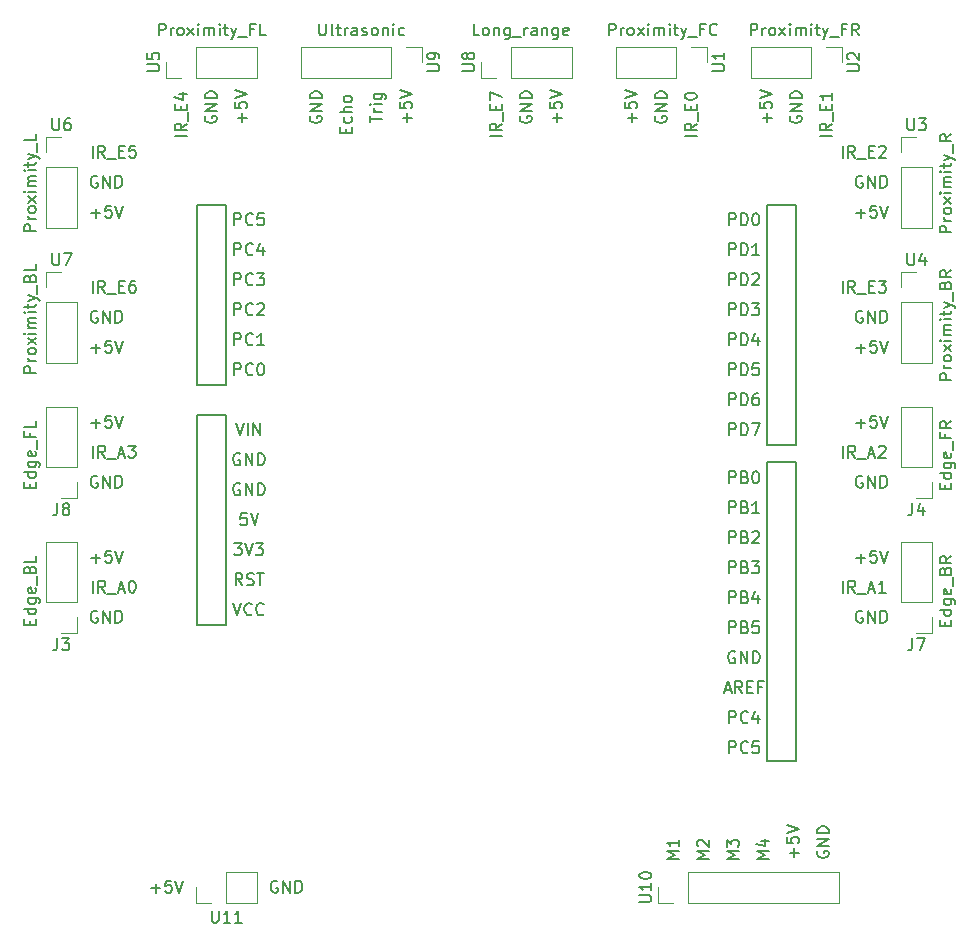
<source format=gbr>
G04 #@! TF.GenerationSoftware,KiCad,Pcbnew,(5.0.1)-4*
G04 #@! TF.CreationDate,2021-03-18T15:06:57+02:00*
G04 #@! TF.ProjectId,Motherboard,4D6F74686572626F6172642E6B696361,rev?*
G04 #@! TF.SameCoordinates,Original*
G04 #@! TF.FileFunction,Legend,Top*
G04 #@! TF.FilePolarity,Positive*
%FSLAX46Y46*%
G04 Gerber Fmt 4.6, Leading zero omitted, Abs format (unit mm)*
G04 Created by KiCad (PCBNEW (5.0.1)-4) date 2021.03.18. 15:06:57*
%MOMM*%
%LPD*%
G01*
G04 APERTURE LIST*
%ADD10C,0.150000*%
%ADD11C,0.120000*%
G04 APERTURE END LIST*
D10*
X154992380Y-137204523D02*
X153992380Y-137204523D01*
X154706666Y-136871190D01*
X153992380Y-136537857D01*
X154992380Y-136537857D01*
X154325714Y-135633095D02*
X154992380Y-135633095D01*
X153944761Y-135871190D02*
X154659047Y-136109285D01*
X154659047Y-135490238D01*
X152452380Y-137204523D02*
X151452380Y-137204523D01*
X152166666Y-136871190D01*
X151452380Y-136537857D01*
X152452380Y-136537857D01*
X151452380Y-136156904D02*
X151452380Y-135537857D01*
X151833333Y-135871190D01*
X151833333Y-135728333D01*
X151880952Y-135633095D01*
X151928571Y-135585476D01*
X152023809Y-135537857D01*
X152261904Y-135537857D01*
X152357142Y-135585476D01*
X152404761Y-135633095D01*
X152452380Y-135728333D01*
X152452380Y-136014047D01*
X152404761Y-136109285D01*
X152357142Y-136156904D01*
X149912380Y-137204523D02*
X148912380Y-137204523D01*
X149626666Y-136871190D01*
X148912380Y-136537857D01*
X149912380Y-136537857D01*
X149007619Y-136109285D02*
X148960000Y-136061666D01*
X148912380Y-135966428D01*
X148912380Y-135728333D01*
X148960000Y-135633095D01*
X149007619Y-135585476D01*
X149102857Y-135537857D01*
X149198095Y-135537857D01*
X149340952Y-135585476D01*
X149912380Y-136156904D01*
X149912380Y-135537857D01*
X147372380Y-137204523D02*
X146372380Y-137204523D01*
X147086666Y-136871190D01*
X146372380Y-136537857D01*
X147372380Y-136537857D01*
X147372380Y-135537857D02*
X147372380Y-136109285D01*
X147372380Y-135823571D02*
X146372380Y-135823571D01*
X146515238Y-135918809D01*
X146610476Y-136014047D01*
X146658095Y-136109285D01*
X157151428Y-137045714D02*
X157151428Y-136283809D01*
X157532380Y-136664761D02*
X156770476Y-136664761D01*
X156532380Y-135331428D02*
X156532380Y-135807619D01*
X157008571Y-135855238D01*
X156960952Y-135807619D01*
X156913333Y-135712380D01*
X156913333Y-135474285D01*
X156960952Y-135379047D01*
X157008571Y-135331428D01*
X157103809Y-135283809D01*
X157341904Y-135283809D01*
X157437142Y-135331428D01*
X157484761Y-135379047D01*
X157532380Y-135474285D01*
X157532380Y-135712380D01*
X157484761Y-135807619D01*
X157437142Y-135855238D01*
X156532380Y-134998095D02*
X157532380Y-134664761D01*
X156532380Y-134331428D01*
X159120000Y-136521904D02*
X159072380Y-136617142D01*
X159072380Y-136760000D01*
X159120000Y-136902857D01*
X159215238Y-136998095D01*
X159310476Y-137045714D01*
X159500952Y-137093333D01*
X159643809Y-137093333D01*
X159834285Y-137045714D01*
X159929523Y-136998095D01*
X160024761Y-136902857D01*
X160072380Y-136760000D01*
X160072380Y-136664761D01*
X160024761Y-136521904D01*
X159977142Y-136474285D01*
X159643809Y-136474285D01*
X159643809Y-136664761D01*
X160072380Y-136045714D02*
X159072380Y-136045714D01*
X160072380Y-135474285D01*
X159072380Y-135474285D01*
X160072380Y-134998095D02*
X159072380Y-134998095D01*
X159072380Y-134760000D01*
X159120000Y-134617142D01*
X159215238Y-134521904D01*
X159310476Y-134474285D01*
X159500952Y-134426666D01*
X159643809Y-134426666D01*
X159834285Y-134474285D01*
X159929523Y-134521904D01*
X160024761Y-134617142D01*
X160072380Y-134760000D01*
X160072380Y-134998095D01*
X162918095Y-104780000D02*
X162822857Y-104732380D01*
X162680000Y-104732380D01*
X162537142Y-104780000D01*
X162441904Y-104875238D01*
X162394285Y-104970476D01*
X162346666Y-105160952D01*
X162346666Y-105303809D01*
X162394285Y-105494285D01*
X162441904Y-105589523D01*
X162537142Y-105684761D01*
X162680000Y-105732380D01*
X162775238Y-105732380D01*
X162918095Y-105684761D01*
X162965714Y-105637142D01*
X162965714Y-105303809D01*
X162775238Y-105303809D01*
X163394285Y-105732380D02*
X163394285Y-104732380D01*
X163965714Y-105732380D01*
X163965714Y-104732380D01*
X164441904Y-105732380D02*
X164441904Y-104732380D01*
X164680000Y-104732380D01*
X164822857Y-104780000D01*
X164918095Y-104875238D01*
X164965714Y-104970476D01*
X165013333Y-105160952D01*
X165013333Y-105303809D01*
X164965714Y-105494285D01*
X164918095Y-105589523D01*
X164822857Y-105684761D01*
X164680000Y-105732380D01*
X164441904Y-105732380D01*
X161259285Y-103192380D02*
X161259285Y-102192380D01*
X162306904Y-103192380D02*
X161973571Y-102716190D01*
X161735476Y-103192380D02*
X161735476Y-102192380D01*
X162116428Y-102192380D01*
X162211666Y-102240000D01*
X162259285Y-102287619D01*
X162306904Y-102382857D01*
X162306904Y-102525714D01*
X162259285Y-102620952D01*
X162211666Y-102668571D01*
X162116428Y-102716190D01*
X161735476Y-102716190D01*
X162497380Y-103287619D02*
X163259285Y-103287619D01*
X163449761Y-102906666D02*
X163925952Y-102906666D01*
X163354523Y-103192380D02*
X163687857Y-102192380D01*
X164021190Y-103192380D01*
X164306904Y-102287619D02*
X164354523Y-102240000D01*
X164449761Y-102192380D01*
X164687857Y-102192380D01*
X164783095Y-102240000D01*
X164830714Y-102287619D01*
X164878333Y-102382857D01*
X164878333Y-102478095D01*
X164830714Y-102620952D01*
X164259285Y-103192380D01*
X164878333Y-103192380D01*
X162394285Y-100271428D02*
X163156190Y-100271428D01*
X162775238Y-100652380D02*
X162775238Y-99890476D01*
X164108571Y-99652380D02*
X163632380Y-99652380D01*
X163584761Y-100128571D01*
X163632380Y-100080952D01*
X163727619Y-100033333D01*
X163965714Y-100033333D01*
X164060952Y-100080952D01*
X164108571Y-100128571D01*
X164156190Y-100223809D01*
X164156190Y-100461904D01*
X164108571Y-100557142D01*
X164060952Y-100604761D01*
X163965714Y-100652380D01*
X163727619Y-100652380D01*
X163632380Y-100604761D01*
X163584761Y-100557142D01*
X164441904Y-99652380D02*
X164775238Y-100652380D01*
X165108571Y-99652380D01*
X162394285Y-111701428D02*
X163156190Y-111701428D01*
X162775238Y-112082380D02*
X162775238Y-111320476D01*
X164108571Y-111082380D02*
X163632380Y-111082380D01*
X163584761Y-111558571D01*
X163632380Y-111510952D01*
X163727619Y-111463333D01*
X163965714Y-111463333D01*
X164060952Y-111510952D01*
X164108571Y-111558571D01*
X164156190Y-111653809D01*
X164156190Y-111891904D01*
X164108571Y-111987142D01*
X164060952Y-112034761D01*
X163965714Y-112082380D01*
X163727619Y-112082380D01*
X163632380Y-112034761D01*
X163584761Y-111987142D01*
X164441904Y-111082380D02*
X164775238Y-112082380D01*
X165108571Y-111082380D01*
X161259285Y-114622380D02*
X161259285Y-113622380D01*
X162306904Y-114622380D02*
X161973571Y-114146190D01*
X161735476Y-114622380D02*
X161735476Y-113622380D01*
X162116428Y-113622380D01*
X162211666Y-113670000D01*
X162259285Y-113717619D01*
X162306904Y-113812857D01*
X162306904Y-113955714D01*
X162259285Y-114050952D01*
X162211666Y-114098571D01*
X162116428Y-114146190D01*
X161735476Y-114146190D01*
X162497380Y-114717619D02*
X163259285Y-114717619D01*
X163449761Y-114336666D02*
X163925952Y-114336666D01*
X163354523Y-114622380D02*
X163687857Y-113622380D01*
X164021190Y-114622380D01*
X164878333Y-114622380D02*
X164306904Y-114622380D01*
X164592619Y-114622380D02*
X164592619Y-113622380D01*
X164497380Y-113765238D01*
X164402142Y-113860476D01*
X164306904Y-113908095D01*
X162918095Y-116210000D02*
X162822857Y-116162380D01*
X162680000Y-116162380D01*
X162537142Y-116210000D01*
X162441904Y-116305238D01*
X162394285Y-116400476D01*
X162346666Y-116590952D01*
X162346666Y-116733809D01*
X162394285Y-116924285D01*
X162441904Y-117019523D01*
X162537142Y-117114761D01*
X162680000Y-117162380D01*
X162775238Y-117162380D01*
X162918095Y-117114761D01*
X162965714Y-117067142D01*
X162965714Y-116733809D01*
X162775238Y-116733809D01*
X163394285Y-117162380D02*
X163394285Y-116162380D01*
X163965714Y-117162380D01*
X163965714Y-116162380D01*
X164441904Y-117162380D02*
X164441904Y-116162380D01*
X164680000Y-116162380D01*
X164822857Y-116210000D01*
X164918095Y-116305238D01*
X164965714Y-116400476D01*
X165013333Y-116590952D01*
X165013333Y-116733809D01*
X164965714Y-116924285D01*
X164918095Y-117019523D01*
X164822857Y-117114761D01*
X164680000Y-117162380D01*
X164441904Y-117162380D01*
X98148095Y-116210000D02*
X98052857Y-116162380D01*
X97910000Y-116162380D01*
X97767142Y-116210000D01*
X97671904Y-116305238D01*
X97624285Y-116400476D01*
X97576666Y-116590952D01*
X97576666Y-116733809D01*
X97624285Y-116924285D01*
X97671904Y-117019523D01*
X97767142Y-117114761D01*
X97910000Y-117162380D01*
X98005238Y-117162380D01*
X98148095Y-117114761D01*
X98195714Y-117067142D01*
X98195714Y-116733809D01*
X98005238Y-116733809D01*
X98624285Y-117162380D02*
X98624285Y-116162380D01*
X99195714Y-117162380D01*
X99195714Y-116162380D01*
X99671904Y-117162380D02*
X99671904Y-116162380D01*
X99910000Y-116162380D01*
X100052857Y-116210000D01*
X100148095Y-116305238D01*
X100195714Y-116400476D01*
X100243333Y-116590952D01*
X100243333Y-116733809D01*
X100195714Y-116924285D01*
X100148095Y-117019523D01*
X100052857Y-117114761D01*
X99910000Y-117162380D01*
X99671904Y-117162380D01*
X97759285Y-114622380D02*
X97759285Y-113622380D01*
X98806904Y-114622380D02*
X98473571Y-114146190D01*
X98235476Y-114622380D02*
X98235476Y-113622380D01*
X98616428Y-113622380D01*
X98711666Y-113670000D01*
X98759285Y-113717619D01*
X98806904Y-113812857D01*
X98806904Y-113955714D01*
X98759285Y-114050952D01*
X98711666Y-114098571D01*
X98616428Y-114146190D01*
X98235476Y-114146190D01*
X98997380Y-114717619D02*
X99759285Y-114717619D01*
X99949761Y-114336666D02*
X100425952Y-114336666D01*
X99854523Y-114622380D02*
X100187857Y-113622380D01*
X100521190Y-114622380D01*
X101045000Y-113622380D02*
X101140238Y-113622380D01*
X101235476Y-113670000D01*
X101283095Y-113717619D01*
X101330714Y-113812857D01*
X101378333Y-114003333D01*
X101378333Y-114241428D01*
X101330714Y-114431904D01*
X101283095Y-114527142D01*
X101235476Y-114574761D01*
X101140238Y-114622380D01*
X101045000Y-114622380D01*
X100949761Y-114574761D01*
X100902142Y-114527142D01*
X100854523Y-114431904D01*
X100806904Y-114241428D01*
X100806904Y-114003333D01*
X100854523Y-113812857D01*
X100902142Y-113717619D01*
X100949761Y-113670000D01*
X101045000Y-113622380D01*
X97624285Y-111701428D02*
X98386190Y-111701428D01*
X98005238Y-112082380D02*
X98005238Y-111320476D01*
X99338571Y-111082380D02*
X98862380Y-111082380D01*
X98814761Y-111558571D01*
X98862380Y-111510952D01*
X98957619Y-111463333D01*
X99195714Y-111463333D01*
X99290952Y-111510952D01*
X99338571Y-111558571D01*
X99386190Y-111653809D01*
X99386190Y-111891904D01*
X99338571Y-111987142D01*
X99290952Y-112034761D01*
X99195714Y-112082380D01*
X98957619Y-112082380D01*
X98862380Y-112034761D01*
X98814761Y-111987142D01*
X99671904Y-111082380D02*
X100005238Y-112082380D01*
X100338571Y-111082380D01*
X97624285Y-100271428D02*
X98386190Y-100271428D01*
X98005238Y-100652380D02*
X98005238Y-99890476D01*
X99338571Y-99652380D02*
X98862380Y-99652380D01*
X98814761Y-100128571D01*
X98862380Y-100080952D01*
X98957619Y-100033333D01*
X99195714Y-100033333D01*
X99290952Y-100080952D01*
X99338571Y-100128571D01*
X99386190Y-100223809D01*
X99386190Y-100461904D01*
X99338571Y-100557142D01*
X99290952Y-100604761D01*
X99195714Y-100652380D01*
X98957619Y-100652380D01*
X98862380Y-100604761D01*
X98814761Y-100557142D01*
X99671904Y-99652380D02*
X100005238Y-100652380D01*
X100338571Y-99652380D01*
X98148095Y-104780000D02*
X98052857Y-104732380D01*
X97910000Y-104732380D01*
X97767142Y-104780000D01*
X97671904Y-104875238D01*
X97624285Y-104970476D01*
X97576666Y-105160952D01*
X97576666Y-105303809D01*
X97624285Y-105494285D01*
X97671904Y-105589523D01*
X97767142Y-105684761D01*
X97910000Y-105732380D01*
X98005238Y-105732380D01*
X98148095Y-105684761D01*
X98195714Y-105637142D01*
X98195714Y-105303809D01*
X98005238Y-105303809D01*
X98624285Y-105732380D02*
X98624285Y-104732380D01*
X99195714Y-105732380D01*
X99195714Y-104732380D01*
X99671904Y-105732380D02*
X99671904Y-104732380D01*
X99910000Y-104732380D01*
X100052857Y-104780000D01*
X100148095Y-104875238D01*
X100195714Y-104970476D01*
X100243333Y-105160952D01*
X100243333Y-105303809D01*
X100195714Y-105494285D01*
X100148095Y-105589523D01*
X100052857Y-105684761D01*
X99910000Y-105732380D01*
X99671904Y-105732380D01*
X97759285Y-103192380D02*
X97759285Y-102192380D01*
X98806904Y-103192380D02*
X98473571Y-102716190D01*
X98235476Y-103192380D02*
X98235476Y-102192380D01*
X98616428Y-102192380D01*
X98711666Y-102240000D01*
X98759285Y-102287619D01*
X98806904Y-102382857D01*
X98806904Y-102525714D01*
X98759285Y-102620952D01*
X98711666Y-102668571D01*
X98616428Y-102716190D01*
X98235476Y-102716190D01*
X98997380Y-103287619D02*
X99759285Y-103287619D01*
X99949761Y-102906666D02*
X100425952Y-102906666D01*
X99854523Y-103192380D02*
X100187857Y-102192380D01*
X100521190Y-103192380D01*
X100759285Y-102192380D02*
X101378333Y-102192380D01*
X101045000Y-102573333D01*
X101187857Y-102573333D01*
X101283095Y-102620952D01*
X101330714Y-102668571D01*
X101378333Y-102763809D01*
X101378333Y-103001904D01*
X101330714Y-103097142D01*
X101283095Y-103144761D01*
X101187857Y-103192380D01*
X100902142Y-103192380D01*
X100806904Y-103144761D01*
X100759285Y-103097142D01*
X121222380Y-74815714D02*
X121222380Y-74244285D01*
X122222380Y-74530000D02*
X121222380Y-74530000D01*
X122222380Y-73910952D02*
X121555714Y-73910952D01*
X121746190Y-73910952D02*
X121650952Y-73863333D01*
X121603333Y-73815714D01*
X121555714Y-73720476D01*
X121555714Y-73625238D01*
X122222380Y-73291904D02*
X121555714Y-73291904D01*
X121222380Y-73291904D02*
X121270000Y-73339523D01*
X121317619Y-73291904D01*
X121270000Y-73244285D01*
X121222380Y-73291904D01*
X121317619Y-73291904D01*
X121555714Y-72387142D02*
X122365238Y-72387142D01*
X122460476Y-72434761D01*
X122508095Y-72482380D01*
X122555714Y-72577619D01*
X122555714Y-72720476D01*
X122508095Y-72815714D01*
X122174761Y-72387142D02*
X122222380Y-72482380D01*
X122222380Y-72672857D01*
X122174761Y-72768095D01*
X122127142Y-72815714D01*
X122031904Y-72863333D01*
X121746190Y-72863333D01*
X121650952Y-72815714D01*
X121603333Y-72768095D01*
X121555714Y-72672857D01*
X121555714Y-72482380D01*
X121603333Y-72387142D01*
X119158571Y-75712619D02*
X119158571Y-75379285D01*
X119682380Y-75236428D02*
X119682380Y-75712619D01*
X118682380Y-75712619D01*
X118682380Y-75236428D01*
X119634761Y-74379285D02*
X119682380Y-74474523D01*
X119682380Y-74665000D01*
X119634761Y-74760238D01*
X119587142Y-74807857D01*
X119491904Y-74855476D01*
X119206190Y-74855476D01*
X119110952Y-74807857D01*
X119063333Y-74760238D01*
X119015714Y-74665000D01*
X119015714Y-74474523D01*
X119063333Y-74379285D01*
X119682380Y-73950714D02*
X118682380Y-73950714D01*
X119682380Y-73522142D02*
X119158571Y-73522142D01*
X119063333Y-73569761D01*
X119015714Y-73665000D01*
X119015714Y-73807857D01*
X119063333Y-73903095D01*
X119110952Y-73950714D01*
X119682380Y-72903095D02*
X119634761Y-72998333D01*
X119587142Y-73045952D01*
X119491904Y-73093571D01*
X119206190Y-73093571D01*
X119110952Y-73045952D01*
X119063333Y-72998333D01*
X119015714Y-72903095D01*
X119015714Y-72760238D01*
X119063333Y-72665000D01*
X119110952Y-72617380D01*
X119206190Y-72569761D01*
X119491904Y-72569761D01*
X119587142Y-72617380D01*
X119634761Y-72665000D01*
X119682380Y-72760238D01*
X119682380Y-72903095D01*
X124381428Y-74815714D02*
X124381428Y-74053809D01*
X124762380Y-74434761D02*
X124000476Y-74434761D01*
X123762380Y-73101428D02*
X123762380Y-73577619D01*
X124238571Y-73625238D01*
X124190952Y-73577619D01*
X124143333Y-73482380D01*
X124143333Y-73244285D01*
X124190952Y-73149047D01*
X124238571Y-73101428D01*
X124333809Y-73053809D01*
X124571904Y-73053809D01*
X124667142Y-73101428D01*
X124714761Y-73149047D01*
X124762380Y-73244285D01*
X124762380Y-73482380D01*
X124714761Y-73577619D01*
X124667142Y-73625238D01*
X123762380Y-72768095D02*
X124762380Y-72434761D01*
X123762380Y-72101428D01*
X116190000Y-74291904D02*
X116142380Y-74387142D01*
X116142380Y-74530000D01*
X116190000Y-74672857D01*
X116285238Y-74768095D01*
X116380476Y-74815714D01*
X116570952Y-74863333D01*
X116713809Y-74863333D01*
X116904285Y-74815714D01*
X116999523Y-74768095D01*
X117094761Y-74672857D01*
X117142380Y-74530000D01*
X117142380Y-74434761D01*
X117094761Y-74291904D01*
X117047142Y-74244285D01*
X116713809Y-74244285D01*
X116713809Y-74434761D01*
X117142380Y-73815714D02*
X116142380Y-73815714D01*
X117142380Y-73244285D01*
X116142380Y-73244285D01*
X117142380Y-72768095D02*
X116142380Y-72768095D01*
X116142380Y-72530000D01*
X116190000Y-72387142D01*
X116285238Y-72291904D01*
X116380476Y-72244285D01*
X116570952Y-72196666D01*
X116713809Y-72196666D01*
X116904285Y-72244285D01*
X116999523Y-72291904D01*
X117094761Y-72387142D01*
X117142380Y-72530000D01*
X117142380Y-72768095D01*
X132382380Y-75974523D02*
X131382380Y-75974523D01*
X132382380Y-74926904D02*
X131906190Y-75260238D01*
X132382380Y-75498333D02*
X131382380Y-75498333D01*
X131382380Y-75117380D01*
X131430000Y-75022142D01*
X131477619Y-74974523D01*
X131572857Y-74926904D01*
X131715714Y-74926904D01*
X131810952Y-74974523D01*
X131858571Y-75022142D01*
X131906190Y-75117380D01*
X131906190Y-75498333D01*
X132477619Y-74736428D02*
X132477619Y-73974523D01*
X131858571Y-73736428D02*
X131858571Y-73403095D01*
X132382380Y-73260238D02*
X132382380Y-73736428D01*
X131382380Y-73736428D01*
X131382380Y-73260238D01*
X131382380Y-72926904D02*
X131382380Y-72260238D01*
X132382380Y-72688809D01*
X133970000Y-74291904D02*
X133922380Y-74387142D01*
X133922380Y-74530000D01*
X133970000Y-74672857D01*
X134065238Y-74768095D01*
X134160476Y-74815714D01*
X134350952Y-74863333D01*
X134493809Y-74863333D01*
X134684285Y-74815714D01*
X134779523Y-74768095D01*
X134874761Y-74672857D01*
X134922380Y-74530000D01*
X134922380Y-74434761D01*
X134874761Y-74291904D01*
X134827142Y-74244285D01*
X134493809Y-74244285D01*
X134493809Y-74434761D01*
X134922380Y-73815714D02*
X133922380Y-73815714D01*
X134922380Y-73244285D01*
X133922380Y-73244285D01*
X134922380Y-72768095D02*
X133922380Y-72768095D01*
X133922380Y-72530000D01*
X133970000Y-72387142D01*
X134065238Y-72291904D01*
X134160476Y-72244285D01*
X134350952Y-72196666D01*
X134493809Y-72196666D01*
X134684285Y-72244285D01*
X134779523Y-72291904D01*
X134874761Y-72387142D01*
X134922380Y-72530000D01*
X134922380Y-72768095D01*
X137081428Y-74815714D02*
X137081428Y-74053809D01*
X137462380Y-74434761D02*
X136700476Y-74434761D01*
X136462380Y-73101428D02*
X136462380Y-73577619D01*
X136938571Y-73625238D01*
X136890952Y-73577619D01*
X136843333Y-73482380D01*
X136843333Y-73244285D01*
X136890952Y-73149047D01*
X136938571Y-73101428D01*
X137033809Y-73053809D01*
X137271904Y-73053809D01*
X137367142Y-73101428D01*
X137414761Y-73149047D01*
X137462380Y-73244285D01*
X137462380Y-73482380D01*
X137414761Y-73577619D01*
X137367142Y-73625238D01*
X136462380Y-72768095D02*
X137462380Y-72434761D01*
X136462380Y-72101428D01*
X160322380Y-75974523D02*
X159322380Y-75974523D01*
X160322380Y-74926904D02*
X159846190Y-75260238D01*
X160322380Y-75498333D02*
X159322380Y-75498333D01*
X159322380Y-75117380D01*
X159370000Y-75022142D01*
X159417619Y-74974523D01*
X159512857Y-74926904D01*
X159655714Y-74926904D01*
X159750952Y-74974523D01*
X159798571Y-75022142D01*
X159846190Y-75117380D01*
X159846190Y-75498333D01*
X160417619Y-74736428D02*
X160417619Y-73974523D01*
X159798571Y-73736428D02*
X159798571Y-73403095D01*
X160322380Y-73260238D02*
X160322380Y-73736428D01*
X159322380Y-73736428D01*
X159322380Y-73260238D01*
X160322380Y-72307857D02*
X160322380Y-72879285D01*
X160322380Y-72593571D02*
X159322380Y-72593571D01*
X159465238Y-72688809D01*
X159560476Y-72784047D01*
X159608095Y-72879285D01*
X156830000Y-74291904D02*
X156782380Y-74387142D01*
X156782380Y-74530000D01*
X156830000Y-74672857D01*
X156925238Y-74768095D01*
X157020476Y-74815714D01*
X157210952Y-74863333D01*
X157353809Y-74863333D01*
X157544285Y-74815714D01*
X157639523Y-74768095D01*
X157734761Y-74672857D01*
X157782380Y-74530000D01*
X157782380Y-74434761D01*
X157734761Y-74291904D01*
X157687142Y-74244285D01*
X157353809Y-74244285D01*
X157353809Y-74434761D01*
X157782380Y-73815714D02*
X156782380Y-73815714D01*
X157782380Y-73244285D01*
X156782380Y-73244285D01*
X157782380Y-72768095D02*
X156782380Y-72768095D01*
X156782380Y-72530000D01*
X156830000Y-72387142D01*
X156925238Y-72291904D01*
X157020476Y-72244285D01*
X157210952Y-72196666D01*
X157353809Y-72196666D01*
X157544285Y-72244285D01*
X157639523Y-72291904D01*
X157734761Y-72387142D01*
X157782380Y-72530000D01*
X157782380Y-72768095D01*
X154861428Y-74815714D02*
X154861428Y-74053809D01*
X155242380Y-74434761D02*
X154480476Y-74434761D01*
X154242380Y-73101428D02*
X154242380Y-73577619D01*
X154718571Y-73625238D01*
X154670952Y-73577619D01*
X154623333Y-73482380D01*
X154623333Y-73244285D01*
X154670952Y-73149047D01*
X154718571Y-73101428D01*
X154813809Y-73053809D01*
X155051904Y-73053809D01*
X155147142Y-73101428D01*
X155194761Y-73149047D01*
X155242380Y-73244285D01*
X155242380Y-73482380D01*
X155194761Y-73577619D01*
X155147142Y-73625238D01*
X154242380Y-72768095D02*
X155242380Y-72434761D01*
X154242380Y-72101428D01*
X148892380Y-75974523D02*
X147892380Y-75974523D01*
X148892380Y-74926904D02*
X148416190Y-75260238D01*
X148892380Y-75498333D02*
X147892380Y-75498333D01*
X147892380Y-75117380D01*
X147940000Y-75022142D01*
X147987619Y-74974523D01*
X148082857Y-74926904D01*
X148225714Y-74926904D01*
X148320952Y-74974523D01*
X148368571Y-75022142D01*
X148416190Y-75117380D01*
X148416190Y-75498333D01*
X148987619Y-74736428D02*
X148987619Y-73974523D01*
X148368571Y-73736428D02*
X148368571Y-73403095D01*
X148892380Y-73260238D02*
X148892380Y-73736428D01*
X147892380Y-73736428D01*
X147892380Y-73260238D01*
X147892380Y-72641190D02*
X147892380Y-72545952D01*
X147940000Y-72450714D01*
X147987619Y-72403095D01*
X148082857Y-72355476D01*
X148273333Y-72307857D01*
X148511428Y-72307857D01*
X148701904Y-72355476D01*
X148797142Y-72403095D01*
X148844761Y-72450714D01*
X148892380Y-72545952D01*
X148892380Y-72641190D01*
X148844761Y-72736428D01*
X148797142Y-72784047D01*
X148701904Y-72831666D01*
X148511428Y-72879285D01*
X148273333Y-72879285D01*
X148082857Y-72831666D01*
X147987619Y-72784047D01*
X147940000Y-72736428D01*
X147892380Y-72641190D01*
X143431428Y-74815714D02*
X143431428Y-74053809D01*
X143812380Y-74434761D02*
X143050476Y-74434761D01*
X142812380Y-73101428D02*
X142812380Y-73577619D01*
X143288571Y-73625238D01*
X143240952Y-73577619D01*
X143193333Y-73482380D01*
X143193333Y-73244285D01*
X143240952Y-73149047D01*
X143288571Y-73101428D01*
X143383809Y-73053809D01*
X143621904Y-73053809D01*
X143717142Y-73101428D01*
X143764761Y-73149047D01*
X143812380Y-73244285D01*
X143812380Y-73482380D01*
X143764761Y-73577619D01*
X143717142Y-73625238D01*
X142812380Y-72768095D02*
X143812380Y-72434761D01*
X142812380Y-72101428D01*
X145400000Y-74291904D02*
X145352380Y-74387142D01*
X145352380Y-74530000D01*
X145400000Y-74672857D01*
X145495238Y-74768095D01*
X145590476Y-74815714D01*
X145780952Y-74863333D01*
X145923809Y-74863333D01*
X146114285Y-74815714D01*
X146209523Y-74768095D01*
X146304761Y-74672857D01*
X146352380Y-74530000D01*
X146352380Y-74434761D01*
X146304761Y-74291904D01*
X146257142Y-74244285D01*
X145923809Y-74244285D01*
X145923809Y-74434761D01*
X146352380Y-73815714D02*
X145352380Y-73815714D01*
X146352380Y-73244285D01*
X145352380Y-73244285D01*
X146352380Y-72768095D02*
X145352380Y-72768095D01*
X145352380Y-72530000D01*
X145400000Y-72387142D01*
X145495238Y-72291904D01*
X145590476Y-72244285D01*
X145780952Y-72196666D01*
X145923809Y-72196666D01*
X146114285Y-72244285D01*
X146209523Y-72291904D01*
X146304761Y-72387142D01*
X146352380Y-72530000D01*
X146352380Y-72768095D01*
X105712380Y-75974523D02*
X104712380Y-75974523D01*
X105712380Y-74926904D02*
X105236190Y-75260238D01*
X105712380Y-75498333D02*
X104712380Y-75498333D01*
X104712380Y-75117380D01*
X104760000Y-75022142D01*
X104807619Y-74974523D01*
X104902857Y-74926904D01*
X105045714Y-74926904D01*
X105140952Y-74974523D01*
X105188571Y-75022142D01*
X105236190Y-75117380D01*
X105236190Y-75498333D01*
X105807619Y-74736428D02*
X105807619Y-73974523D01*
X105188571Y-73736428D02*
X105188571Y-73403095D01*
X105712380Y-73260238D02*
X105712380Y-73736428D01*
X104712380Y-73736428D01*
X104712380Y-73260238D01*
X105045714Y-72403095D02*
X105712380Y-72403095D01*
X104664761Y-72641190D02*
X105379047Y-72879285D01*
X105379047Y-72260238D01*
X110411428Y-74815714D02*
X110411428Y-74053809D01*
X110792380Y-74434761D02*
X110030476Y-74434761D01*
X109792380Y-73101428D02*
X109792380Y-73577619D01*
X110268571Y-73625238D01*
X110220952Y-73577619D01*
X110173333Y-73482380D01*
X110173333Y-73244285D01*
X110220952Y-73149047D01*
X110268571Y-73101428D01*
X110363809Y-73053809D01*
X110601904Y-73053809D01*
X110697142Y-73101428D01*
X110744761Y-73149047D01*
X110792380Y-73244285D01*
X110792380Y-73482380D01*
X110744761Y-73577619D01*
X110697142Y-73625238D01*
X109792380Y-72768095D02*
X110792380Y-72434761D01*
X109792380Y-72101428D01*
X107300000Y-74291904D02*
X107252380Y-74387142D01*
X107252380Y-74530000D01*
X107300000Y-74672857D01*
X107395238Y-74768095D01*
X107490476Y-74815714D01*
X107680952Y-74863333D01*
X107823809Y-74863333D01*
X108014285Y-74815714D01*
X108109523Y-74768095D01*
X108204761Y-74672857D01*
X108252380Y-74530000D01*
X108252380Y-74434761D01*
X108204761Y-74291904D01*
X108157142Y-74244285D01*
X107823809Y-74244285D01*
X107823809Y-74434761D01*
X108252380Y-73815714D02*
X107252380Y-73815714D01*
X108252380Y-73244285D01*
X107252380Y-73244285D01*
X108252380Y-72768095D02*
X107252380Y-72768095D01*
X107252380Y-72530000D01*
X107300000Y-72387142D01*
X107395238Y-72291904D01*
X107490476Y-72244285D01*
X107680952Y-72196666D01*
X107823809Y-72196666D01*
X108014285Y-72244285D01*
X108109523Y-72291904D01*
X108204761Y-72387142D01*
X108252380Y-72530000D01*
X108252380Y-72768095D01*
X162394285Y-93921428D02*
X163156190Y-93921428D01*
X162775238Y-94302380D02*
X162775238Y-93540476D01*
X164108571Y-93302380D02*
X163632380Y-93302380D01*
X163584761Y-93778571D01*
X163632380Y-93730952D01*
X163727619Y-93683333D01*
X163965714Y-93683333D01*
X164060952Y-93730952D01*
X164108571Y-93778571D01*
X164156190Y-93873809D01*
X164156190Y-94111904D01*
X164108571Y-94207142D01*
X164060952Y-94254761D01*
X163965714Y-94302380D01*
X163727619Y-94302380D01*
X163632380Y-94254761D01*
X163584761Y-94207142D01*
X164441904Y-93302380D02*
X164775238Y-94302380D01*
X165108571Y-93302380D01*
X161235476Y-89222380D02*
X161235476Y-88222380D01*
X162283095Y-89222380D02*
X161949761Y-88746190D01*
X161711666Y-89222380D02*
X161711666Y-88222380D01*
X162092619Y-88222380D01*
X162187857Y-88270000D01*
X162235476Y-88317619D01*
X162283095Y-88412857D01*
X162283095Y-88555714D01*
X162235476Y-88650952D01*
X162187857Y-88698571D01*
X162092619Y-88746190D01*
X161711666Y-88746190D01*
X162473571Y-89317619D02*
X163235476Y-89317619D01*
X163473571Y-88698571D02*
X163806904Y-88698571D01*
X163949761Y-89222380D02*
X163473571Y-89222380D01*
X163473571Y-88222380D01*
X163949761Y-88222380D01*
X164283095Y-88222380D02*
X164902142Y-88222380D01*
X164568809Y-88603333D01*
X164711666Y-88603333D01*
X164806904Y-88650952D01*
X164854523Y-88698571D01*
X164902142Y-88793809D01*
X164902142Y-89031904D01*
X164854523Y-89127142D01*
X164806904Y-89174761D01*
X164711666Y-89222380D01*
X164425952Y-89222380D01*
X164330714Y-89174761D01*
X164283095Y-89127142D01*
X162918095Y-90810000D02*
X162822857Y-90762380D01*
X162680000Y-90762380D01*
X162537142Y-90810000D01*
X162441904Y-90905238D01*
X162394285Y-91000476D01*
X162346666Y-91190952D01*
X162346666Y-91333809D01*
X162394285Y-91524285D01*
X162441904Y-91619523D01*
X162537142Y-91714761D01*
X162680000Y-91762380D01*
X162775238Y-91762380D01*
X162918095Y-91714761D01*
X162965714Y-91667142D01*
X162965714Y-91333809D01*
X162775238Y-91333809D01*
X163394285Y-91762380D02*
X163394285Y-90762380D01*
X163965714Y-91762380D01*
X163965714Y-90762380D01*
X164441904Y-91762380D02*
X164441904Y-90762380D01*
X164680000Y-90762380D01*
X164822857Y-90810000D01*
X164918095Y-90905238D01*
X164965714Y-91000476D01*
X165013333Y-91190952D01*
X165013333Y-91333809D01*
X164965714Y-91524285D01*
X164918095Y-91619523D01*
X164822857Y-91714761D01*
X164680000Y-91762380D01*
X164441904Y-91762380D01*
X162394285Y-82491428D02*
X163156190Y-82491428D01*
X162775238Y-82872380D02*
X162775238Y-82110476D01*
X164108571Y-81872380D02*
X163632380Y-81872380D01*
X163584761Y-82348571D01*
X163632380Y-82300952D01*
X163727619Y-82253333D01*
X163965714Y-82253333D01*
X164060952Y-82300952D01*
X164108571Y-82348571D01*
X164156190Y-82443809D01*
X164156190Y-82681904D01*
X164108571Y-82777142D01*
X164060952Y-82824761D01*
X163965714Y-82872380D01*
X163727619Y-82872380D01*
X163632380Y-82824761D01*
X163584761Y-82777142D01*
X164441904Y-81872380D02*
X164775238Y-82872380D01*
X165108571Y-81872380D01*
X161235476Y-77792380D02*
X161235476Y-76792380D01*
X162283095Y-77792380D02*
X161949761Y-77316190D01*
X161711666Y-77792380D02*
X161711666Y-76792380D01*
X162092619Y-76792380D01*
X162187857Y-76840000D01*
X162235476Y-76887619D01*
X162283095Y-76982857D01*
X162283095Y-77125714D01*
X162235476Y-77220952D01*
X162187857Y-77268571D01*
X162092619Y-77316190D01*
X161711666Y-77316190D01*
X162473571Y-77887619D02*
X163235476Y-77887619D01*
X163473571Y-77268571D02*
X163806904Y-77268571D01*
X163949761Y-77792380D02*
X163473571Y-77792380D01*
X163473571Y-76792380D01*
X163949761Y-76792380D01*
X164330714Y-76887619D02*
X164378333Y-76840000D01*
X164473571Y-76792380D01*
X164711666Y-76792380D01*
X164806904Y-76840000D01*
X164854523Y-76887619D01*
X164902142Y-76982857D01*
X164902142Y-77078095D01*
X164854523Y-77220952D01*
X164283095Y-77792380D01*
X164902142Y-77792380D01*
X162918095Y-79380000D02*
X162822857Y-79332380D01*
X162680000Y-79332380D01*
X162537142Y-79380000D01*
X162441904Y-79475238D01*
X162394285Y-79570476D01*
X162346666Y-79760952D01*
X162346666Y-79903809D01*
X162394285Y-80094285D01*
X162441904Y-80189523D01*
X162537142Y-80284761D01*
X162680000Y-80332380D01*
X162775238Y-80332380D01*
X162918095Y-80284761D01*
X162965714Y-80237142D01*
X162965714Y-79903809D01*
X162775238Y-79903809D01*
X163394285Y-80332380D02*
X163394285Y-79332380D01*
X163965714Y-80332380D01*
X163965714Y-79332380D01*
X164441904Y-80332380D02*
X164441904Y-79332380D01*
X164680000Y-79332380D01*
X164822857Y-79380000D01*
X164918095Y-79475238D01*
X164965714Y-79570476D01*
X165013333Y-79760952D01*
X165013333Y-79903809D01*
X164965714Y-80094285D01*
X164918095Y-80189523D01*
X164822857Y-80284761D01*
X164680000Y-80332380D01*
X164441904Y-80332380D01*
X97624285Y-93921428D02*
X98386190Y-93921428D01*
X98005238Y-94302380D02*
X98005238Y-93540476D01*
X99338571Y-93302380D02*
X98862380Y-93302380D01*
X98814761Y-93778571D01*
X98862380Y-93730952D01*
X98957619Y-93683333D01*
X99195714Y-93683333D01*
X99290952Y-93730952D01*
X99338571Y-93778571D01*
X99386190Y-93873809D01*
X99386190Y-94111904D01*
X99338571Y-94207142D01*
X99290952Y-94254761D01*
X99195714Y-94302380D01*
X98957619Y-94302380D01*
X98862380Y-94254761D01*
X98814761Y-94207142D01*
X99671904Y-93302380D02*
X100005238Y-94302380D01*
X100338571Y-93302380D01*
X97735476Y-89222380D02*
X97735476Y-88222380D01*
X98783095Y-89222380D02*
X98449761Y-88746190D01*
X98211666Y-89222380D02*
X98211666Y-88222380D01*
X98592619Y-88222380D01*
X98687857Y-88270000D01*
X98735476Y-88317619D01*
X98783095Y-88412857D01*
X98783095Y-88555714D01*
X98735476Y-88650952D01*
X98687857Y-88698571D01*
X98592619Y-88746190D01*
X98211666Y-88746190D01*
X98973571Y-89317619D02*
X99735476Y-89317619D01*
X99973571Y-88698571D02*
X100306904Y-88698571D01*
X100449761Y-89222380D02*
X99973571Y-89222380D01*
X99973571Y-88222380D01*
X100449761Y-88222380D01*
X101306904Y-88222380D02*
X101116428Y-88222380D01*
X101021190Y-88270000D01*
X100973571Y-88317619D01*
X100878333Y-88460476D01*
X100830714Y-88650952D01*
X100830714Y-89031904D01*
X100878333Y-89127142D01*
X100925952Y-89174761D01*
X101021190Y-89222380D01*
X101211666Y-89222380D01*
X101306904Y-89174761D01*
X101354523Y-89127142D01*
X101402142Y-89031904D01*
X101402142Y-88793809D01*
X101354523Y-88698571D01*
X101306904Y-88650952D01*
X101211666Y-88603333D01*
X101021190Y-88603333D01*
X100925952Y-88650952D01*
X100878333Y-88698571D01*
X100830714Y-88793809D01*
X98148095Y-90810000D02*
X98052857Y-90762380D01*
X97910000Y-90762380D01*
X97767142Y-90810000D01*
X97671904Y-90905238D01*
X97624285Y-91000476D01*
X97576666Y-91190952D01*
X97576666Y-91333809D01*
X97624285Y-91524285D01*
X97671904Y-91619523D01*
X97767142Y-91714761D01*
X97910000Y-91762380D01*
X98005238Y-91762380D01*
X98148095Y-91714761D01*
X98195714Y-91667142D01*
X98195714Y-91333809D01*
X98005238Y-91333809D01*
X98624285Y-91762380D02*
X98624285Y-90762380D01*
X99195714Y-91762380D01*
X99195714Y-90762380D01*
X99671904Y-91762380D02*
X99671904Y-90762380D01*
X99910000Y-90762380D01*
X100052857Y-90810000D01*
X100148095Y-90905238D01*
X100195714Y-91000476D01*
X100243333Y-91190952D01*
X100243333Y-91333809D01*
X100195714Y-91524285D01*
X100148095Y-91619523D01*
X100052857Y-91714761D01*
X99910000Y-91762380D01*
X99671904Y-91762380D01*
X102704285Y-139641428D02*
X103466190Y-139641428D01*
X103085238Y-140022380D02*
X103085238Y-139260476D01*
X104418571Y-139022380D02*
X103942380Y-139022380D01*
X103894761Y-139498571D01*
X103942380Y-139450952D01*
X104037619Y-139403333D01*
X104275714Y-139403333D01*
X104370952Y-139450952D01*
X104418571Y-139498571D01*
X104466190Y-139593809D01*
X104466190Y-139831904D01*
X104418571Y-139927142D01*
X104370952Y-139974761D01*
X104275714Y-140022380D01*
X104037619Y-140022380D01*
X103942380Y-139974761D01*
X103894761Y-139927142D01*
X104751904Y-139022380D02*
X105085238Y-140022380D01*
X105418571Y-139022380D01*
X113388095Y-139070000D02*
X113292857Y-139022380D01*
X113150000Y-139022380D01*
X113007142Y-139070000D01*
X112911904Y-139165238D01*
X112864285Y-139260476D01*
X112816666Y-139450952D01*
X112816666Y-139593809D01*
X112864285Y-139784285D01*
X112911904Y-139879523D01*
X113007142Y-139974761D01*
X113150000Y-140022380D01*
X113245238Y-140022380D01*
X113388095Y-139974761D01*
X113435714Y-139927142D01*
X113435714Y-139593809D01*
X113245238Y-139593809D01*
X113864285Y-140022380D02*
X113864285Y-139022380D01*
X114435714Y-140022380D01*
X114435714Y-139022380D01*
X114911904Y-140022380D02*
X114911904Y-139022380D01*
X115150000Y-139022380D01*
X115292857Y-139070000D01*
X115388095Y-139165238D01*
X115435714Y-139260476D01*
X115483333Y-139450952D01*
X115483333Y-139593809D01*
X115435714Y-139784285D01*
X115388095Y-139879523D01*
X115292857Y-139974761D01*
X115150000Y-140022380D01*
X114911904Y-140022380D01*
X97624285Y-82491428D02*
X98386190Y-82491428D01*
X98005238Y-82872380D02*
X98005238Y-82110476D01*
X99338571Y-81872380D02*
X98862380Y-81872380D01*
X98814761Y-82348571D01*
X98862380Y-82300952D01*
X98957619Y-82253333D01*
X99195714Y-82253333D01*
X99290952Y-82300952D01*
X99338571Y-82348571D01*
X99386190Y-82443809D01*
X99386190Y-82681904D01*
X99338571Y-82777142D01*
X99290952Y-82824761D01*
X99195714Y-82872380D01*
X98957619Y-82872380D01*
X98862380Y-82824761D01*
X98814761Y-82777142D01*
X99671904Y-81872380D02*
X100005238Y-82872380D01*
X100338571Y-81872380D01*
X98148095Y-79380000D02*
X98052857Y-79332380D01*
X97910000Y-79332380D01*
X97767142Y-79380000D01*
X97671904Y-79475238D01*
X97624285Y-79570476D01*
X97576666Y-79760952D01*
X97576666Y-79903809D01*
X97624285Y-80094285D01*
X97671904Y-80189523D01*
X97767142Y-80284761D01*
X97910000Y-80332380D01*
X98005238Y-80332380D01*
X98148095Y-80284761D01*
X98195714Y-80237142D01*
X98195714Y-79903809D01*
X98005238Y-79903809D01*
X98624285Y-80332380D02*
X98624285Y-79332380D01*
X99195714Y-80332380D01*
X99195714Y-79332380D01*
X99671904Y-80332380D02*
X99671904Y-79332380D01*
X99910000Y-79332380D01*
X100052857Y-79380000D01*
X100148095Y-79475238D01*
X100195714Y-79570476D01*
X100243333Y-79760952D01*
X100243333Y-79903809D01*
X100195714Y-80094285D01*
X100148095Y-80189523D01*
X100052857Y-80284761D01*
X99910000Y-80332380D01*
X99671904Y-80332380D01*
X97735476Y-77792380D02*
X97735476Y-76792380D01*
X98783095Y-77792380D02*
X98449761Y-77316190D01*
X98211666Y-77792380D02*
X98211666Y-76792380D01*
X98592619Y-76792380D01*
X98687857Y-76840000D01*
X98735476Y-76887619D01*
X98783095Y-76982857D01*
X98783095Y-77125714D01*
X98735476Y-77220952D01*
X98687857Y-77268571D01*
X98592619Y-77316190D01*
X98211666Y-77316190D01*
X98973571Y-77887619D02*
X99735476Y-77887619D01*
X99973571Y-77268571D02*
X100306904Y-77268571D01*
X100449761Y-77792380D02*
X99973571Y-77792380D01*
X99973571Y-76792380D01*
X100449761Y-76792380D01*
X101354523Y-76792380D02*
X100878333Y-76792380D01*
X100830714Y-77268571D01*
X100878333Y-77220952D01*
X100973571Y-77173333D01*
X101211666Y-77173333D01*
X101306904Y-77220952D01*
X101354523Y-77268571D01*
X101402142Y-77363809D01*
X101402142Y-77601904D01*
X101354523Y-77697142D01*
X101306904Y-77744761D01*
X101211666Y-77792380D01*
X100973571Y-77792380D01*
X100878333Y-77744761D01*
X100830714Y-77697142D01*
G04 #@! TO.C,MCU1*
X157310000Y-128899000D02*
X157300000Y-103555000D01*
X157300000Y-103555000D02*
X154800000Y-103555000D01*
X154810000Y-128899000D02*
X154800000Y-103555000D01*
X154810000Y-128899000D02*
X157310000Y-128899000D01*
X157300000Y-102085000D02*
X157300000Y-81805000D01*
X154800000Y-102085000D02*
X154800000Y-81805000D01*
X157300000Y-81805000D02*
X154800000Y-81805000D01*
X154800000Y-102085000D02*
X157300000Y-102085000D01*
X106550000Y-117335000D02*
X106550000Y-99555000D01*
X109050000Y-117335000D02*
X109050000Y-99555000D01*
X106550000Y-117335000D02*
X109050000Y-117335000D01*
X109050000Y-99555000D02*
X106550000Y-99555000D01*
X109050000Y-81805000D02*
X106550000Y-81805000D01*
X109050000Y-97055000D02*
X109050000Y-81805000D01*
X106550000Y-97055000D02*
X109050000Y-97055000D01*
X106550000Y-97055000D02*
X106550000Y-81805000D01*
D11*
G04 #@! TO.C,U1*
X147170000Y-68390000D02*
X142030000Y-68390000D01*
X142030000Y-68390000D02*
X142030000Y-71050000D01*
X142030000Y-71050000D02*
X147170000Y-71050000D01*
X147170000Y-71050000D02*
X147170000Y-68390000D01*
X148440000Y-68390000D02*
X149770000Y-68390000D01*
X149770000Y-68390000D02*
X149770000Y-69720000D01*
G04 #@! TO.C,U2*
X161200000Y-68390000D02*
X161200000Y-69720000D01*
X159870000Y-68390000D02*
X161200000Y-68390000D01*
X158600000Y-71050000D02*
X158600000Y-68390000D01*
X153460000Y-71050000D02*
X158600000Y-71050000D01*
X153460000Y-68390000D02*
X153460000Y-71050000D01*
X158600000Y-68390000D02*
X153460000Y-68390000D01*
G04 #@! TO.C,U3*
X166160000Y-76010000D02*
X167490000Y-76010000D01*
X166160000Y-77340000D02*
X166160000Y-76010000D01*
X168820000Y-78610000D02*
X166160000Y-78610000D01*
X168820000Y-83750000D02*
X168820000Y-78610000D01*
X166160000Y-83750000D02*
X168820000Y-83750000D01*
X166160000Y-78610000D02*
X166160000Y-83750000D01*
G04 #@! TO.C,U4*
X166160000Y-90040000D02*
X166160000Y-95180000D01*
X166160000Y-95180000D02*
X168820000Y-95180000D01*
X168820000Y-95180000D02*
X168820000Y-90040000D01*
X168820000Y-90040000D02*
X166160000Y-90040000D01*
X166160000Y-88770000D02*
X166160000Y-87440000D01*
X166160000Y-87440000D02*
X167490000Y-87440000D01*
G04 #@! TO.C,U5*
X103930000Y-71050000D02*
X103930000Y-69720000D01*
X105260000Y-71050000D02*
X103930000Y-71050000D01*
X106530000Y-68390000D02*
X106530000Y-71050000D01*
X111670000Y-68390000D02*
X106530000Y-68390000D01*
X111670000Y-71050000D02*
X111670000Y-68390000D01*
X106530000Y-71050000D02*
X111670000Y-71050000D01*
G04 #@! TO.C,U6*
X93770000Y-76010000D02*
X95100000Y-76010000D01*
X93770000Y-77340000D02*
X93770000Y-76010000D01*
X96430000Y-78610000D02*
X93770000Y-78610000D01*
X96430000Y-83750000D02*
X96430000Y-78610000D01*
X93770000Y-83750000D02*
X96430000Y-83750000D01*
X93770000Y-78610000D02*
X93770000Y-83750000D01*
G04 #@! TO.C,U7*
X93770000Y-90040000D02*
X93770000Y-95180000D01*
X93770000Y-95180000D02*
X96430000Y-95180000D01*
X96430000Y-95180000D02*
X96430000Y-90040000D01*
X96430000Y-90040000D02*
X93770000Y-90040000D01*
X93770000Y-88770000D02*
X93770000Y-87440000D01*
X93770000Y-87440000D02*
X95100000Y-87440000D01*
G04 #@! TO.C,U8*
X133200000Y-71050000D02*
X138340000Y-71050000D01*
X138340000Y-71050000D02*
X138340000Y-68390000D01*
X138340000Y-68390000D02*
X133200000Y-68390000D01*
X133200000Y-68390000D02*
X133200000Y-71050000D01*
X131930000Y-71050000D02*
X130600000Y-71050000D01*
X130600000Y-71050000D02*
X130600000Y-69720000D01*
G04 #@! TO.C,U9*
X125640000Y-68390000D02*
X125640000Y-69720000D01*
X124310000Y-68390000D02*
X125640000Y-68390000D01*
X123040000Y-71050000D02*
X123040000Y-68390000D01*
X115360000Y-71050000D02*
X123040000Y-71050000D01*
X115360000Y-68390000D02*
X115360000Y-71050000D01*
X123040000Y-68390000D02*
X115360000Y-68390000D01*
G04 #@! TO.C,U10*
X145590000Y-140900000D02*
X145590000Y-139570000D01*
X146920000Y-140900000D02*
X145590000Y-140900000D01*
X148190000Y-138240000D02*
X148190000Y-140900000D01*
X160950000Y-138240000D02*
X148190000Y-138240000D01*
X160950000Y-140900000D02*
X160950000Y-138240000D01*
X148190000Y-140900000D02*
X160950000Y-140900000D01*
G04 #@! TO.C,U11*
X106470000Y-140900000D02*
X106470000Y-139570000D01*
X107800000Y-140900000D02*
X106470000Y-140900000D01*
X109070000Y-138240000D02*
X109070000Y-140900000D01*
X111670000Y-138240000D02*
X109070000Y-138240000D01*
X111670000Y-140900000D02*
X111670000Y-138240000D01*
X109070000Y-140900000D02*
X111670000Y-140900000D01*
G04 #@! TO.C,J3*
X96430000Y-118040000D02*
X95100000Y-118040000D01*
X96430000Y-116710000D02*
X96430000Y-118040000D01*
X93770000Y-115440000D02*
X96430000Y-115440000D01*
X93770000Y-110300000D02*
X93770000Y-115440000D01*
X96430000Y-110300000D02*
X93770000Y-110300000D01*
X96430000Y-115440000D02*
X96430000Y-110300000D01*
G04 #@! TO.C,J4*
X168820000Y-104010000D02*
X168820000Y-98870000D01*
X168820000Y-98870000D02*
X166160000Y-98870000D01*
X166160000Y-98870000D02*
X166160000Y-104010000D01*
X166160000Y-104010000D02*
X168820000Y-104010000D01*
X168820000Y-105280000D02*
X168820000Y-106610000D01*
X168820000Y-106610000D02*
X167490000Y-106610000D01*
G04 #@! TO.C,J7*
X168820000Y-118040000D02*
X167490000Y-118040000D01*
X168820000Y-116710000D02*
X168820000Y-118040000D01*
X166160000Y-115440000D02*
X168820000Y-115440000D01*
X166160000Y-110300000D02*
X166160000Y-115440000D01*
X168820000Y-110300000D02*
X166160000Y-110300000D01*
X168820000Y-115440000D02*
X168820000Y-110300000D01*
G04 #@! TO.C,J8*
X96430000Y-104010000D02*
X96430000Y-98870000D01*
X96430000Y-98870000D02*
X93770000Y-98870000D01*
X93770000Y-98870000D02*
X93770000Y-104010000D01*
X93770000Y-104010000D02*
X96430000Y-104010000D01*
X96430000Y-105280000D02*
X96430000Y-106610000D01*
X96430000Y-106610000D02*
X95100000Y-106610000D01*
G04 #@! TO.C,MCU1*
D10*
X151646904Y-83507380D02*
X151646904Y-82507380D01*
X152027857Y-82507380D01*
X152123095Y-82555000D01*
X152170714Y-82602619D01*
X152218333Y-82697857D01*
X152218333Y-82840714D01*
X152170714Y-82935952D01*
X152123095Y-82983571D01*
X152027857Y-83031190D01*
X151646904Y-83031190D01*
X152646904Y-83507380D02*
X152646904Y-82507380D01*
X152885000Y-82507380D01*
X153027857Y-82555000D01*
X153123095Y-82650238D01*
X153170714Y-82745476D01*
X153218333Y-82935952D01*
X153218333Y-83078809D01*
X153170714Y-83269285D01*
X153123095Y-83364523D01*
X153027857Y-83459761D01*
X152885000Y-83507380D01*
X152646904Y-83507380D01*
X153837380Y-82507380D02*
X153932619Y-82507380D01*
X154027857Y-82555000D01*
X154075476Y-82602619D01*
X154123095Y-82697857D01*
X154170714Y-82888333D01*
X154170714Y-83126428D01*
X154123095Y-83316904D01*
X154075476Y-83412142D01*
X154027857Y-83459761D01*
X153932619Y-83507380D01*
X153837380Y-83507380D01*
X153742142Y-83459761D01*
X153694523Y-83412142D01*
X153646904Y-83316904D01*
X153599285Y-83126428D01*
X153599285Y-82888333D01*
X153646904Y-82697857D01*
X153694523Y-82602619D01*
X153742142Y-82555000D01*
X153837380Y-82507380D01*
X151646904Y-86047380D02*
X151646904Y-85047380D01*
X152027857Y-85047380D01*
X152123095Y-85095000D01*
X152170714Y-85142619D01*
X152218333Y-85237857D01*
X152218333Y-85380714D01*
X152170714Y-85475952D01*
X152123095Y-85523571D01*
X152027857Y-85571190D01*
X151646904Y-85571190D01*
X152646904Y-86047380D02*
X152646904Y-85047380D01*
X152885000Y-85047380D01*
X153027857Y-85095000D01*
X153123095Y-85190238D01*
X153170714Y-85285476D01*
X153218333Y-85475952D01*
X153218333Y-85618809D01*
X153170714Y-85809285D01*
X153123095Y-85904523D01*
X153027857Y-85999761D01*
X152885000Y-86047380D01*
X152646904Y-86047380D01*
X154170714Y-86047380D02*
X153599285Y-86047380D01*
X153885000Y-86047380D02*
X153885000Y-85047380D01*
X153789761Y-85190238D01*
X153694523Y-85285476D01*
X153599285Y-85333095D01*
X151646904Y-88587380D02*
X151646904Y-87587380D01*
X152027857Y-87587380D01*
X152123095Y-87635000D01*
X152170714Y-87682619D01*
X152218333Y-87777857D01*
X152218333Y-87920714D01*
X152170714Y-88015952D01*
X152123095Y-88063571D01*
X152027857Y-88111190D01*
X151646904Y-88111190D01*
X152646904Y-88587380D02*
X152646904Y-87587380D01*
X152885000Y-87587380D01*
X153027857Y-87635000D01*
X153123095Y-87730238D01*
X153170714Y-87825476D01*
X153218333Y-88015952D01*
X153218333Y-88158809D01*
X153170714Y-88349285D01*
X153123095Y-88444523D01*
X153027857Y-88539761D01*
X152885000Y-88587380D01*
X152646904Y-88587380D01*
X153599285Y-87682619D02*
X153646904Y-87635000D01*
X153742142Y-87587380D01*
X153980238Y-87587380D01*
X154075476Y-87635000D01*
X154123095Y-87682619D01*
X154170714Y-87777857D01*
X154170714Y-87873095D01*
X154123095Y-88015952D01*
X153551666Y-88587380D01*
X154170714Y-88587380D01*
X151646904Y-91127380D02*
X151646904Y-90127380D01*
X152027857Y-90127380D01*
X152123095Y-90175000D01*
X152170714Y-90222619D01*
X152218333Y-90317857D01*
X152218333Y-90460714D01*
X152170714Y-90555952D01*
X152123095Y-90603571D01*
X152027857Y-90651190D01*
X151646904Y-90651190D01*
X152646904Y-91127380D02*
X152646904Y-90127380D01*
X152885000Y-90127380D01*
X153027857Y-90175000D01*
X153123095Y-90270238D01*
X153170714Y-90365476D01*
X153218333Y-90555952D01*
X153218333Y-90698809D01*
X153170714Y-90889285D01*
X153123095Y-90984523D01*
X153027857Y-91079761D01*
X152885000Y-91127380D01*
X152646904Y-91127380D01*
X153551666Y-90127380D02*
X154170714Y-90127380D01*
X153837380Y-90508333D01*
X153980238Y-90508333D01*
X154075476Y-90555952D01*
X154123095Y-90603571D01*
X154170714Y-90698809D01*
X154170714Y-90936904D01*
X154123095Y-91032142D01*
X154075476Y-91079761D01*
X153980238Y-91127380D01*
X153694523Y-91127380D01*
X153599285Y-91079761D01*
X153551666Y-91032142D01*
X151646904Y-93667380D02*
X151646904Y-92667380D01*
X152027857Y-92667380D01*
X152123095Y-92715000D01*
X152170714Y-92762619D01*
X152218333Y-92857857D01*
X152218333Y-93000714D01*
X152170714Y-93095952D01*
X152123095Y-93143571D01*
X152027857Y-93191190D01*
X151646904Y-93191190D01*
X152646904Y-93667380D02*
X152646904Y-92667380D01*
X152885000Y-92667380D01*
X153027857Y-92715000D01*
X153123095Y-92810238D01*
X153170714Y-92905476D01*
X153218333Y-93095952D01*
X153218333Y-93238809D01*
X153170714Y-93429285D01*
X153123095Y-93524523D01*
X153027857Y-93619761D01*
X152885000Y-93667380D01*
X152646904Y-93667380D01*
X154075476Y-93000714D02*
X154075476Y-93667380D01*
X153837380Y-92619761D02*
X153599285Y-93334047D01*
X154218333Y-93334047D01*
X151646904Y-96207380D02*
X151646904Y-95207380D01*
X152027857Y-95207380D01*
X152123095Y-95255000D01*
X152170714Y-95302619D01*
X152218333Y-95397857D01*
X152218333Y-95540714D01*
X152170714Y-95635952D01*
X152123095Y-95683571D01*
X152027857Y-95731190D01*
X151646904Y-95731190D01*
X152646904Y-96207380D02*
X152646904Y-95207380D01*
X152885000Y-95207380D01*
X153027857Y-95255000D01*
X153123095Y-95350238D01*
X153170714Y-95445476D01*
X153218333Y-95635952D01*
X153218333Y-95778809D01*
X153170714Y-95969285D01*
X153123095Y-96064523D01*
X153027857Y-96159761D01*
X152885000Y-96207380D01*
X152646904Y-96207380D01*
X154123095Y-95207380D02*
X153646904Y-95207380D01*
X153599285Y-95683571D01*
X153646904Y-95635952D01*
X153742142Y-95588333D01*
X153980238Y-95588333D01*
X154075476Y-95635952D01*
X154123095Y-95683571D01*
X154170714Y-95778809D01*
X154170714Y-96016904D01*
X154123095Y-96112142D01*
X154075476Y-96159761D01*
X153980238Y-96207380D01*
X153742142Y-96207380D01*
X153646904Y-96159761D01*
X153599285Y-96112142D01*
X151646904Y-98747380D02*
X151646904Y-97747380D01*
X152027857Y-97747380D01*
X152123095Y-97795000D01*
X152170714Y-97842619D01*
X152218333Y-97937857D01*
X152218333Y-98080714D01*
X152170714Y-98175952D01*
X152123095Y-98223571D01*
X152027857Y-98271190D01*
X151646904Y-98271190D01*
X152646904Y-98747380D02*
X152646904Y-97747380D01*
X152885000Y-97747380D01*
X153027857Y-97795000D01*
X153123095Y-97890238D01*
X153170714Y-97985476D01*
X153218333Y-98175952D01*
X153218333Y-98318809D01*
X153170714Y-98509285D01*
X153123095Y-98604523D01*
X153027857Y-98699761D01*
X152885000Y-98747380D01*
X152646904Y-98747380D01*
X154075476Y-97747380D02*
X153885000Y-97747380D01*
X153789761Y-97795000D01*
X153742142Y-97842619D01*
X153646904Y-97985476D01*
X153599285Y-98175952D01*
X153599285Y-98556904D01*
X153646904Y-98652142D01*
X153694523Y-98699761D01*
X153789761Y-98747380D01*
X153980238Y-98747380D01*
X154075476Y-98699761D01*
X154123095Y-98652142D01*
X154170714Y-98556904D01*
X154170714Y-98318809D01*
X154123095Y-98223571D01*
X154075476Y-98175952D01*
X153980238Y-98128333D01*
X153789761Y-98128333D01*
X153694523Y-98175952D01*
X153646904Y-98223571D01*
X153599285Y-98318809D01*
X151646904Y-101287380D02*
X151646904Y-100287380D01*
X152027857Y-100287380D01*
X152123095Y-100335000D01*
X152170714Y-100382619D01*
X152218333Y-100477857D01*
X152218333Y-100620714D01*
X152170714Y-100715952D01*
X152123095Y-100763571D01*
X152027857Y-100811190D01*
X151646904Y-100811190D01*
X152646904Y-101287380D02*
X152646904Y-100287380D01*
X152885000Y-100287380D01*
X153027857Y-100335000D01*
X153123095Y-100430238D01*
X153170714Y-100525476D01*
X153218333Y-100715952D01*
X153218333Y-100858809D01*
X153170714Y-101049285D01*
X153123095Y-101144523D01*
X153027857Y-101239761D01*
X152885000Y-101287380D01*
X152646904Y-101287380D01*
X153551666Y-100287380D02*
X154218333Y-100287380D01*
X153789761Y-101287380D01*
X151646904Y-105351380D02*
X151646904Y-104351380D01*
X152027857Y-104351380D01*
X152123095Y-104399000D01*
X152170714Y-104446619D01*
X152218333Y-104541857D01*
X152218333Y-104684714D01*
X152170714Y-104779952D01*
X152123095Y-104827571D01*
X152027857Y-104875190D01*
X151646904Y-104875190D01*
X152980238Y-104827571D02*
X153123095Y-104875190D01*
X153170714Y-104922809D01*
X153218333Y-105018047D01*
X153218333Y-105160904D01*
X153170714Y-105256142D01*
X153123095Y-105303761D01*
X153027857Y-105351380D01*
X152646904Y-105351380D01*
X152646904Y-104351380D01*
X152980238Y-104351380D01*
X153075476Y-104399000D01*
X153123095Y-104446619D01*
X153170714Y-104541857D01*
X153170714Y-104637095D01*
X153123095Y-104732333D01*
X153075476Y-104779952D01*
X152980238Y-104827571D01*
X152646904Y-104827571D01*
X153837380Y-104351380D02*
X153932619Y-104351380D01*
X154027857Y-104399000D01*
X154075476Y-104446619D01*
X154123095Y-104541857D01*
X154170714Y-104732333D01*
X154170714Y-104970428D01*
X154123095Y-105160904D01*
X154075476Y-105256142D01*
X154027857Y-105303761D01*
X153932619Y-105351380D01*
X153837380Y-105351380D01*
X153742142Y-105303761D01*
X153694523Y-105256142D01*
X153646904Y-105160904D01*
X153599285Y-104970428D01*
X153599285Y-104732333D01*
X153646904Y-104541857D01*
X153694523Y-104446619D01*
X153742142Y-104399000D01*
X153837380Y-104351380D01*
X151646904Y-107891380D02*
X151646904Y-106891380D01*
X152027857Y-106891380D01*
X152123095Y-106939000D01*
X152170714Y-106986619D01*
X152218333Y-107081857D01*
X152218333Y-107224714D01*
X152170714Y-107319952D01*
X152123095Y-107367571D01*
X152027857Y-107415190D01*
X151646904Y-107415190D01*
X152980238Y-107367571D02*
X153123095Y-107415190D01*
X153170714Y-107462809D01*
X153218333Y-107558047D01*
X153218333Y-107700904D01*
X153170714Y-107796142D01*
X153123095Y-107843761D01*
X153027857Y-107891380D01*
X152646904Y-107891380D01*
X152646904Y-106891380D01*
X152980238Y-106891380D01*
X153075476Y-106939000D01*
X153123095Y-106986619D01*
X153170714Y-107081857D01*
X153170714Y-107177095D01*
X153123095Y-107272333D01*
X153075476Y-107319952D01*
X152980238Y-107367571D01*
X152646904Y-107367571D01*
X154170714Y-107891380D02*
X153599285Y-107891380D01*
X153885000Y-107891380D02*
X153885000Y-106891380D01*
X153789761Y-107034238D01*
X153694523Y-107129476D01*
X153599285Y-107177095D01*
X151646904Y-118051380D02*
X151646904Y-117051380D01*
X152027857Y-117051380D01*
X152123095Y-117099000D01*
X152170714Y-117146619D01*
X152218333Y-117241857D01*
X152218333Y-117384714D01*
X152170714Y-117479952D01*
X152123095Y-117527571D01*
X152027857Y-117575190D01*
X151646904Y-117575190D01*
X152980238Y-117527571D02*
X153123095Y-117575190D01*
X153170714Y-117622809D01*
X153218333Y-117718047D01*
X153218333Y-117860904D01*
X153170714Y-117956142D01*
X153123095Y-118003761D01*
X153027857Y-118051380D01*
X152646904Y-118051380D01*
X152646904Y-117051380D01*
X152980238Y-117051380D01*
X153075476Y-117099000D01*
X153123095Y-117146619D01*
X153170714Y-117241857D01*
X153170714Y-117337095D01*
X153123095Y-117432333D01*
X153075476Y-117479952D01*
X152980238Y-117527571D01*
X152646904Y-117527571D01*
X154123095Y-117051380D02*
X153646904Y-117051380D01*
X153599285Y-117527571D01*
X153646904Y-117479952D01*
X153742142Y-117432333D01*
X153980238Y-117432333D01*
X154075476Y-117479952D01*
X154123095Y-117527571D01*
X154170714Y-117622809D01*
X154170714Y-117860904D01*
X154123095Y-117956142D01*
X154075476Y-118003761D01*
X153980238Y-118051380D01*
X153742142Y-118051380D01*
X153646904Y-118003761D01*
X153599285Y-117956142D01*
X151646904Y-110431380D02*
X151646904Y-109431380D01*
X152027857Y-109431380D01*
X152123095Y-109479000D01*
X152170714Y-109526619D01*
X152218333Y-109621857D01*
X152218333Y-109764714D01*
X152170714Y-109859952D01*
X152123095Y-109907571D01*
X152027857Y-109955190D01*
X151646904Y-109955190D01*
X152980238Y-109907571D02*
X153123095Y-109955190D01*
X153170714Y-110002809D01*
X153218333Y-110098047D01*
X153218333Y-110240904D01*
X153170714Y-110336142D01*
X153123095Y-110383761D01*
X153027857Y-110431380D01*
X152646904Y-110431380D01*
X152646904Y-109431380D01*
X152980238Y-109431380D01*
X153075476Y-109479000D01*
X153123095Y-109526619D01*
X153170714Y-109621857D01*
X153170714Y-109717095D01*
X153123095Y-109812333D01*
X153075476Y-109859952D01*
X152980238Y-109907571D01*
X152646904Y-109907571D01*
X153599285Y-109526619D02*
X153646904Y-109479000D01*
X153742142Y-109431380D01*
X153980238Y-109431380D01*
X154075476Y-109479000D01*
X154123095Y-109526619D01*
X154170714Y-109621857D01*
X154170714Y-109717095D01*
X154123095Y-109859952D01*
X153551666Y-110431380D01*
X154170714Y-110431380D01*
X151265952Y-122845666D02*
X151742142Y-122845666D01*
X151170714Y-123131380D02*
X151504047Y-122131380D01*
X151837380Y-123131380D01*
X152742142Y-123131380D02*
X152408809Y-122655190D01*
X152170714Y-123131380D02*
X152170714Y-122131380D01*
X152551666Y-122131380D01*
X152646904Y-122179000D01*
X152694523Y-122226619D01*
X152742142Y-122321857D01*
X152742142Y-122464714D01*
X152694523Y-122559952D01*
X152646904Y-122607571D01*
X152551666Y-122655190D01*
X152170714Y-122655190D01*
X153170714Y-122607571D02*
X153504047Y-122607571D01*
X153646904Y-123131380D02*
X153170714Y-123131380D01*
X153170714Y-122131380D01*
X153646904Y-122131380D01*
X154408809Y-122607571D02*
X154075476Y-122607571D01*
X154075476Y-123131380D02*
X154075476Y-122131380D01*
X154551666Y-122131380D01*
X151646904Y-112971380D02*
X151646904Y-111971380D01*
X152027857Y-111971380D01*
X152123095Y-112019000D01*
X152170714Y-112066619D01*
X152218333Y-112161857D01*
X152218333Y-112304714D01*
X152170714Y-112399952D01*
X152123095Y-112447571D01*
X152027857Y-112495190D01*
X151646904Y-112495190D01*
X152980238Y-112447571D02*
X153123095Y-112495190D01*
X153170714Y-112542809D01*
X153218333Y-112638047D01*
X153218333Y-112780904D01*
X153170714Y-112876142D01*
X153123095Y-112923761D01*
X153027857Y-112971380D01*
X152646904Y-112971380D01*
X152646904Y-111971380D01*
X152980238Y-111971380D01*
X153075476Y-112019000D01*
X153123095Y-112066619D01*
X153170714Y-112161857D01*
X153170714Y-112257095D01*
X153123095Y-112352333D01*
X153075476Y-112399952D01*
X152980238Y-112447571D01*
X152646904Y-112447571D01*
X153551666Y-111971380D02*
X154170714Y-111971380D01*
X153837380Y-112352333D01*
X153980238Y-112352333D01*
X154075476Y-112399952D01*
X154123095Y-112447571D01*
X154170714Y-112542809D01*
X154170714Y-112780904D01*
X154123095Y-112876142D01*
X154075476Y-112923761D01*
X153980238Y-112971380D01*
X153694523Y-112971380D01*
X153599285Y-112923761D01*
X153551666Y-112876142D01*
X151646904Y-115511380D02*
X151646904Y-114511380D01*
X152027857Y-114511380D01*
X152123095Y-114559000D01*
X152170714Y-114606619D01*
X152218333Y-114701857D01*
X152218333Y-114844714D01*
X152170714Y-114939952D01*
X152123095Y-114987571D01*
X152027857Y-115035190D01*
X151646904Y-115035190D01*
X152980238Y-114987571D02*
X153123095Y-115035190D01*
X153170714Y-115082809D01*
X153218333Y-115178047D01*
X153218333Y-115320904D01*
X153170714Y-115416142D01*
X153123095Y-115463761D01*
X153027857Y-115511380D01*
X152646904Y-115511380D01*
X152646904Y-114511380D01*
X152980238Y-114511380D01*
X153075476Y-114559000D01*
X153123095Y-114606619D01*
X153170714Y-114701857D01*
X153170714Y-114797095D01*
X153123095Y-114892333D01*
X153075476Y-114939952D01*
X152980238Y-114987571D01*
X152646904Y-114987571D01*
X154075476Y-114844714D02*
X154075476Y-115511380D01*
X153837380Y-114463761D02*
X153599285Y-115178047D01*
X154218333Y-115178047D01*
X152123095Y-119639000D02*
X152027857Y-119591380D01*
X151885000Y-119591380D01*
X151742142Y-119639000D01*
X151646904Y-119734238D01*
X151599285Y-119829476D01*
X151551666Y-120019952D01*
X151551666Y-120162809D01*
X151599285Y-120353285D01*
X151646904Y-120448523D01*
X151742142Y-120543761D01*
X151885000Y-120591380D01*
X151980238Y-120591380D01*
X152123095Y-120543761D01*
X152170714Y-120496142D01*
X152170714Y-120162809D01*
X151980238Y-120162809D01*
X152599285Y-120591380D02*
X152599285Y-119591380D01*
X153170714Y-120591380D01*
X153170714Y-119591380D01*
X153646904Y-120591380D02*
X153646904Y-119591380D01*
X153885000Y-119591380D01*
X154027857Y-119639000D01*
X154123095Y-119734238D01*
X154170714Y-119829476D01*
X154218333Y-120019952D01*
X154218333Y-120162809D01*
X154170714Y-120353285D01*
X154123095Y-120448523D01*
X154027857Y-120543761D01*
X153885000Y-120591380D01*
X153646904Y-120591380D01*
X151646904Y-125671380D02*
X151646904Y-124671380D01*
X152027857Y-124671380D01*
X152123095Y-124719000D01*
X152170714Y-124766619D01*
X152218333Y-124861857D01*
X152218333Y-125004714D01*
X152170714Y-125099952D01*
X152123095Y-125147571D01*
X152027857Y-125195190D01*
X151646904Y-125195190D01*
X153218333Y-125576142D02*
X153170714Y-125623761D01*
X153027857Y-125671380D01*
X152932619Y-125671380D01*
X152789761Y-125623761D01*
X152694523Y-125528523D01*
X152646904Y-125433285D01*
X152599285Y-125242809D01*
X152599285Y-125099952D01*
X152646904Y-124909476D01*
X152694523Y-124814238D01*
X152789761Y-124719000D01*
X152932619Y-124671380D01*
X153027857Y-124671380D01*
X153170714Y-124719000D01*
X153218333Y-124766619D01*
X154075476Y-125004714D02*
X154075476Y-125671380D01*
X153837380Y-124623761D02*
X153599285Y-125338047D01*
X154218333Y-125338047D01*
X151646904Y-128211380D02*
X151646904Y-127211380D01*
X152027857Y-127211380D01*
X152123095Y-127259000D01*
X152170714Y-127306619D01*
X152218333Y-127401857D01*
X152218333Y-127544714D01*
X152170714Y-127639952D01*
X152123095Y-127687571D01*
X152027857Y-127735190D01*
X151646904Y-127735190D01*
X153218333Y-128116142D02*
X153170714Y-128163761D01*
X153027857Y-128211380D01*
X152932619Y-128211380D01*
X152789761Y-128163761D01*
X152694523Y-128068523D01*
X152646904Y-127973285D01*
X152599285Y-127782809D01*
X152599285Y-127639952D01*
X152646904Y-127449476D01*
X152694523Y-127354238D01*
X152789761Y-127259000D01*
X152932619Y-127211380D01*
X153027857Y-127211380D01*
X153170714Y-127259000D01*
X153218333Y-127306619D01*
X154123095Y-127211380D02*
X153646904Y-127211380D01*
X153599285Y-127687571D01*
X153646904Y-127639952D01*
X153742142Y-127592333D01*
X153980238Y-127592333D01*
X154075476Y-127639952D01*
X154123095Y-127687571D01*
X154170714Y-127782809D01*
X154170714Y-128020904D01*
X154123095Y-128116142D01*
X154075476Y-128163761D01*
X153980238Y-128211380D01*
X153742142Y-128211380D01*
X153646904Y-128163761D01*
X153599285Y-128116142D01*
X109736904Y-83507380D02*
X109736904Y-82507380D01*
X110117857Y-82507380D01*
X110213095Y-82555000D01*
X110260714Y-82602619D01*
X110308333Y-82697857D01*
X110308333Y-82840714D01*
X110260714Y-82935952D01*
X110213095Y-82983571D01*
X110117857Y-83031190D01*
X109736904Y-83031190D01*
X111308333Y-83412142D02*
X111260714Y-83459761D01*
X111117857Y-83507380D01*
X111022619Y-83507380D01*
X110879761Y-83459761D01*
X110784523Y-83364523D01*
X110736904Y-83269285D01*
X110689285Y-83078809D01*
X110689285Y-82935952D01*
X110736904Y-82745476D01*
X110784523Y-82650238D01*
X110879761Y-82555000D01*
X111022619Y-82507380D01*
X111117857Y-82507380D01*
X111260714Y-82555000D01*
X111308333Y-82602619D01*
X112213095Y-82507380D02*
X111736904Y-82507380D01*
X111689285Y-82983571D01*
X111736904Y-82935952D01*
X111832142Y-82888333D01*
X112070238Y-82888333D01*
X112165476Y-82935952D01*
X112213095Y-82983571D01*
X112260714Y-83078809D01*
X112260714Y-83316904D01*
X112213095Y-83412142D01*
X112165476Y-83459761D01*
X112070238Y-83507380D01*
X111832142Y-83507380D01*
X111736904Y-83459761D01*
X111689285Y-83412142D01*
X109736904Y-86047380D02*
X109736904Y-85047380D01*
X110117857Y-85047380D01*
X110213095Y-85095000D01*
X110260714Y-85142619D01*
X110308333Y-85237857D01*
X110308333Y-85380714D01*
X110260714Y-85475952D01*
X110213095Y-85523571D01*
X110117857Y-85571190D01*
X109736904Y-85571190D01*
X111308333Y-85952142D02*
X111260714Y-85999761D01*
X111117857Y-86047380D01*
X111022619Y-86047380D01*
X110879761Y-85999761D01*
X110784523Y-85904523D01*
X110736904Y-85809285D01*
X110689285Y-85618809D01*
X110689285Y-85475952D01*
X110736904Y-85285476D01*
X110784523Y-85190238D01*
X110879761Y-85095000D01*
X111022619Y-85047380D01*
X111117857Y-85047380D01*
X111260714Y-85095000D01*
X111308333Y-85142619D01*
X112165476Y-85380714D02*
X112165476Y-86047380D01*
X111927380Y-84999761D02*
X111689285Y-85714047D01*
X112308333Y-85714047D01*
X109736904Y-88587380D02*
X109736904Y-87587380D01*
X110117857Y-87587380D01*
X110213095Y-87635000D01*
X110260714Y-87682619D01*
X110308333Y-87777857D01*
X110308333Y-87920714D01*
X110260714Y-88015952D01*
X110213095Y-88063571D01*
X110117857Y-88111190D01*
X109736904Y-88111190D01*
X111308333Y-88492142D02*
X111260714Y-88539761D01*
X111117857Y-88587380D01*
X111022619Y-88587380D01*
X110879761Y-88539761D01*
X110784523Y-88444523D01*
X110736904Y-88349285D01*
X110689285Y-88158809D01*
X110689285Y-88015952D01*
X110736904Y-87825476D01*
X110784523Y-87730238D01*
X110879761Y-87635000D01*
X111022619Y-87587380D01*
X111117857Y-87587380D01*
X111260714Y-87635000D01*
X111308333Y-87682619D01*
X111641666Y-87587380D02*
X112260714Y-87587380D01*
X111927380Y-87968333D01*
X112070238Y-87968333D01*
X112165476Y-88015952D01*
X112213095Y-88063571D01*
X112260714Y-88158809D01*
X112260714Y-88396904D01*
X112213095Y-88492142D01*
X112165476Y-88539761D01*
X112070238Y-88587380D01*
X111784523Y-88587380D01*
X111689285Y-88539761D01*
X111641666Y-88492142D01*
X109736904Y-91127380D02*
X109736904Y-90127380D01*
X110117857Y-90127380D01*
X110213095Y-90175000D01*
X110260714Y-90222619D01*
X110308333Y-90317857D01*
X110308333Y-90460714D01*
X110260714Y-90555952D01*
X110213095Y-90603571D01*
X110117857Y-90651190D01*
X109736904Y-90651190D01*
X111308333Y-91032142D02*
X111260714Y-91079761D01*
X111117857Y-91127380D01*
X111022619Y-91127380D01*
X110879761Y-91079761D01*
X110784523Y-90984523D01*
X110736904Y-90889285D01*
X110689285Y-90698809D01*
X110689285Y-90555952D01*
X110736904Y-90365476D01*
X110784523Y-90270238D01*
X110879761Y-90175000D01*
X111022619Y-90127380D01*
X111117857Y-90127380D01*
X111260714Y-90175000D01*
X111308333Y-90222619D01*
X111689285Y-90222619D02*
X111736904Y-90175000D01*
X111832142Y-90127380D01*
X112070238Y-90127380D01*
X112165476Y-90175000D01*
X112213095Y-90222619D01*
X112260714Y-90317857D01*
X112260714Y-90413095D01*
X112213095Y-90555952D01*
X111641666Y-91127380D01*
X112260714Y-91127380D01*
X109736904Y-96207380D02*
X109736904Y-95207380D01*
X110117857Y-95207380D01*
X110213095Y-95255000D01*
X110260714Y-95302619D01*
X110308333Y-95397857D01*
X110308333Y-95540714D01*
X110260714Y-95635952D01*
X110213095Y-95683571D01*
X110117857Y-95731190D01*
X109736904Y-95731190D01*
X111308333Y-96112142D02*
X111260714Y-96159761D01*
X111117857Y-96207380D01*
X111022619Y-96207380D01*
X110879761Y-96159761D01*
X110784523Y-96064523D01*
X110736904Y-95969285D01*
X110689285Y-95778809D01*
X110689285Y-95635952D01*
X110736904Y-95445476D01*
X110784523Y-95350238D01*
X110879761Y-95255000D01*
X111022619Y-95207380D01*
X111117857Y-95207380D01*
X111260714Y-95255000D01*
X111308333Y-95302619D01*
X111927380Y-95207380D02*
X112022619Y-95207380D01*
X112117857Y-95255000D01*
X112165476Y-95302619D01*
X112213095Y-95397857D01*
X112260714Y-95588333D01*
X112260714Y-95826428D01*
X112213095Y-96016904D01*
X112165476Y-96112142D01*
X112117857Y-96159761D01*
X112022619Y-96207380D01*
X111927380Y-96207380D01*
X111832142Y-96159761D01*
X111784523Y-96112142D01*
X111736904Y-96016904D01*
X111689285Y-95826428D01*
X111689285Y-95588333D01*
X111736904Y-95397857D01*
X111784523Y-95302619D01*
X111832142Y-95255000D01*
X111927380Y-95207380D01*
X109736904Y-93667380D02*
X109736904Y-92667380D01*
X110117857Y-92667380D01*
X110213095Y-92715000D01*
X110260714Y-92762619D01*
X110308333Y-92857857D01*
X110308333Y-93000714D01*
X110260714Y-93095952D01*
X110213095Y-93143571D01*
X110117857Y-93191190D01*
X109736904Y-93191190D01*
X111308333Y-93572142D02*
X111260714Y-93619761D01*
X111117857Y-93667380D01*
X111022619Y-93667380D01*
X110879761Y-93619761D01*
X110784523Y-93524523D01*
X110736904Y-93429285D01*
X110689285Y-93238809D01*
X110689285Y-93095952D01*
X110736904Y-92905476D01*
X110784523Y-92810238D01*
X110879761Y-92715000D01*
X111022619Y-92667380D01*
X111117857Y-92667380D01*
X111260714Y-92715000D01*
X111308333Y-92762619D01*
X112260714Y-93667380D02*
X111689285Y-93667380D01*
X111975000Y-93667380D02*
X111975000Y-92667380D01*
X111879761Y-92810238D01*
X111784523Y-92905476D01*
X111689285Y-92953095D01*
X109879761Y-100287380D02*
X110213095Y-101287380D01*
X110546428Y-100287380D01*
X110879761Y-101287380D02*
X110879761Y-100287380D01*
X111355952Y-101287380D02*
X111355952Y-100287380D01*
X111927380Y-101287380D01*
X111927380Y-100287380D01*
X110213095Y-102875000D02*
X110117857Y-102827380D01*
X109975000Y-102827380D01*
X109832142Y-102875000D01*
X109736904Y-102970238D01*
X109689285Y-103065476D01*
X109641666Y-103255952D01*
X109641666Y-103398809D01*
X109689285Y-103589285D01*
X109736904Y-103684523D01*
X109832142Y-103779761D01*
X109975000Y-103827380D01*
X110070238Y-103827380D01*
X110213095Y-103779761D01*
X110260714Y-103732142D01*
X110260714Y-103398809D01*
X110070238Y-103398809D01*
X110689285Y-103827380D02*
X110689285Y-102827380D01*
X111260714Y-103827380D01*
X111260714Y-102827380D01*
X111736904Y-103827380D02*
X111736904Y-102827380D01*
X111975000Y-102827380D01*
X112117857Y-102875000D01*
X112213095Y-102970238D01*
X112260714Y-103065476D01*
X112308333Y-103255952D01*
X112308333Y-103398809D01*
X112260714Y-103589285D01*
X112213095Y-103684523D01*
X112117857Y-103779761D01*
X111975000Y-103827380D01*
X111736904Y-103827380D01*
X110784523Y-107907380D02*
X110308333Y-107907380D01*
X110260714Y-108383571D01*
X110308333Y-108335952D01*
X110403571Y-108288333D01*
X110641666Y-108288333D01*
X110736904Y-108335952D01*
X110784523Y-108383571D01*
X110832142Y-108478809D01*
X110832142Y-108716904D01*
X110784523Y-108812142D01*
X110736904Y-108859761D01*
X110641666Y-108907380D01*
X110403571Y-108907380D01*
X110308333Y-108859761D01*
X110260714Y-108812142D01*
X111117857Y-107907380D02*
X111451190Y-108907380D01*
X111784523Y-107907380D01*
X110213095Y-105415000D02*
X110117857Y-105367380D01*
X109975000Y-105367380D01*
X109832142Y-105415000D01*
X109736904Y-105510238D01*
X109689285Y-105605476D01*
X109641666Y-105795952D01*
X109641666Y-105938809D01*
X109689285Y-106129285D01*
X109736904Y-106224523D01*
X109832142Y-106319761D01*
X109975000Y-106367380D01*
X110070238Y-106367380D01*
X110213095Y-106319761D01*
X110260714Y-106272142D01*
X110260714Y-105938809D01*
X110070238Y-105938809D01*
X110689285Y-106367380D02*
X110689285Y-105367380D01*
X111260714Y-106367380D01*
X111260714Y-105367380D01*
X111736904Y-106367380D02*
X111736904Y-105367380D01*
X111975000Y-105367380D01*
X112117857Y-105415000D01*
X112213095Y-105510238D01*
X112260714Y-105605476D01*
X112308333Y-105795952D01*
X112308333Y-105938809D01*
X112260714Y-106129285D01*
X112213095Y-106224523D01*
X112117857Y-106319761D01*
X111975000Y-106367380D01*
X111736904Y-106367380D01*
X110427380Y-113987380D02*
X110094047Y-113511190D01*
X109855952Y-113987380D02*
X109855952Y-112987380D01*
X110236904Y-112987380D01*
X110332142Y-113035000D01*
X110379761Y-113082619D01*
X110427380Y-113177857D01*
X110427380Y-113320714D01*
X110379761Y-113415952D01*
X110332142Y-113463571D01*
X110236904Y-113511190D01*
X109855952Y-113511190D01*
X110808333Y-113939761D02*
X110951190Y-113987380D01*
X111189285Y-113987380D01*
X111284523Y-113939761D01*
X111332142Y-113892142D01*
X111379761Y-113796904D01*
X111379761Y-113701666D01*
X111332142Y-113606428D01*
X111284523Y-113558809D01*
X111189285Y-113511190D01*
X110998809Y-113463571D01*
X110903571Y-113415952D01*
X110855952Y-113368333D01*
X110808333Y-113273095D01*
X110808333Y-113177857D01*
X110855952Y-113082619D01*
X110903571Y-113035000D01*
X110998809Y-112987380D01*
X111236904Y-112987380D01*
X111379761Y-113035000D01*
X111665476Y-112987380D02*
X112236904Y-112987380D01*
X111951190Y-113987380D02*
X111951190Y-112987380D01*
X109736904Y-110447380D02*
X110355952Y-110447380D01*
X110022619Y-110828333D01*
X110165476Y-110828333D01*
X110260714Y-110875952D01*
X110308333Y-110923571D01*
X110355952Y-111018809D01*
X110355952Y-111256904D01*
X110308333Y-111352142D01*
X110260714Y-111399761D01*
X110165476Y-111447380D01*
X109879761Y-111447380D01*
X109784523Y-111399761D01*
X109736904Y-111352142D01*
X110641666Y-110447380D02*
X110975000Y-111447380D01*
X111308333Y-110447380D01*
X111546428Y-110447380D02*
X112165476Y-110447380D01*
X111832142Y-110828333D01*
X111975000Y-110828333D01*
X112070238Y-110875952D01*
X112117857Y-110923571D01*
X112165476Y-111018809D01*
X112165476Y-111256904D01*
X112117857Y-111352142D01*
X112070238Y-111399761D01*
X111975000Y-111447380D01*
X111689285Y-111447380D01*
X111594047Y-111399761D01*
X111546428Y-111352142D01*
X109641666Y-115527380D02*
X109975000Y-116527380D01*
X110308333Y-115527380D01*
X111213095Y-116432142D02*
X111165476Y-116479761D01*
X111022619Y-116527380D01*
X110927380Y-116527380D01*
X110784523Y-116479761D01*
X110689285Y-116384523D01*
X110641666Y-116289285D01*
X110594047Y-116098809D01*
X110594047Y-115955952D01*
X110641666Y-115765476D01*
X110689285Y-115670238D01*
X110784523Y-115575000D01*
X110927380Y-115527380D01*
X111022619Y-115527380D01*
X111165476Y-115575000D01*
X111213095Y-115622619D01*
X112213095Y-116432142D02*
X112165476Y-116479761D01*
X112022619Y-116527380D01*
X111927380Y-116527380D01*
X111784523Y-116479761D01*
X111689285Y-116384523D01*
X111641666Y-116289285D01*
X111594047Y-116098809D01*
X111594047Y-115955952D01*
X111641666Y-115765476D01*
X111689285Y-115670238D01*
X111784523Y-115575000D01*
X111927380Y-115527380D01*
X112022619Y-115527380D01*
X112165476Y-115575000D01*
X112213095Y-115622619D01*
G04 #@! TO.C,U1*
X150222380Y-70481904D02*
X151031904Y-70481904D01*
X151127142Y-70434285D01*
X151174761Y-70386666D01*
X151222380Y-70291428D01*
X151222380Y-70100952D01*
X151174761Y-70005714D01*
X151127142Y-69958095D01*
X151031904Y-69910476D01*
X150222380Y-69910476D01*
X151222380Y-68910476D02*
X151222380Y-69481904D01*
X151222380Y-69196190D02*
X150222380Y-69196190D01*
X150365238Y-69291428D01*
X150460476Y-69386666D01*
X150508095Y-69481904D01*
X141452380Y-67452380D02*
X141452380Y-66452380D01*
X141833333Y-66452380D01*
X141928571Y-66500000D01*
X141976190Y-66547619D01*
X142023809Y-66642857D01*
X142023809Y-66785714D01*
X141976190Y-66880952D01*
X141928571Y-66928571D01*
X141833333Y-66976190D01*
X141452380Y-66976190D01*
X142452380Y-67452380D02*
X142452380Y-66785714D01*
X142452380Y-66976190D02*
X142500000Y-66880952D01*
X142547619Y-66833333D01*
X142642857Y-66785714D01*
X142738095Y-66785714D01*
X143214285Y-67452380D02*
X143119047Y-67404761D01*
X143071428Y-67357142D01*
X143023809Y-67261904D01*
X143023809Y-66976190D01*
X143071428Y-66880952D01*
X143119047Y-66833333D01*
X143214285Y-66785714D01*
X143357142Y-66785714D01*
X143452380Y-66833333D01*
X143500000Y-66880952D01*
X143547619Y-66976190D01*
X143547619Y-67261904D01*
X143500000Y-67357142D01*
X143452380Y-67404761D01*
X143357142Y-67452380D01*
X143214285Y-67452380D01*
X143880952Y-67452380D02*
X144404761Y-66785714D01*
X143880952Y-66785714D02*
X144404761Y-67452380D01*
X144785714Y-67452380D02*
X144785714Y-66785714D01*
X144785714Y-66452380D02*
X144738095Y-66500000D01*
X144785714Y-66547619D01*
X144833333Y-66500000D01*
X144785714Y-66452380D01*
X144785714Y-66547619D01*
X145261904Y-67452380D02*
X145261904Y-66785714D01*
X145261904Y-66880952D02*
X145309523Y-66833333D01*
X145404761Y-66785714D01*
X145547619Y-66785714D01*
X145642857Y-66833333D01*
X145690476Y-66928571D01*
X145690476Y-67452380D01*
X145690476Y-66928571D02*
X145738095Y-66833333D01*
X145833333Y-66785714D01*
X145976190Y-66785714D01*
X146071428Y-66833333D01*
X146119047Y-66928571D01*
X146119047Y-67452380D01*
X146595238Y-67452380D02*
X146595238Y-66785714D01*
X146595238Y-66452380D02*
X146547619Y-66500000D01*
X146595238Y-66547619D01*
X146642857Y-66500000D01*
X146595238Y-66452380D01*
X146595238Y-66547619D01*
X146928571Y-66785714D02*
X147309523Y-66785714D01*
X147071428Y-66452380D02*
X147071428Y-67309523D01*
X147119047Y-67404761D01*
X147214285Y-67452380D01*
X147309523Y-67452380D01*
X147547619Y-66785714D02*
X147785714Y-67452380D01*
X148023809Y-66785714D02*
X147785714Y-67452380D01*
X147690476Y-67690476D01*
X147642857Y-67738095D01*
X147547619Y-67785714D01*
X148166666Y-67547619D02*
X148928571Y-67547619D01*
X149500000Y-66928571D02*
X149166666Y-66928571D01*
X149166666Y-67452380D02*
X149166666Y-66452380D01*
X149642857Y-66452380D01*
X150595238Y-67357142D02*
X150547619Y-67404761D01*
X150404761Y-67452380D01*
X150309523Y-67452380D01*
X150166666Y-67404761D01*
X150071428Y-67309523D01*
X150023809Y-67214285D01*
X149976190Y-67023809D01*
X149976190Y-66880952D01*
X150023809Y-66690476D01*
X150071428Y-66595238D01*
X150166666Y-66500000D01*
X150309523Y-66452380D01*
X150404761Y-66452380D01*
X150547619Y-66500000D01*
X150595238Y-66547619D01*
G04 #@! TO.C,U2*
X161652380Y-70481904D02*
X162461904Y-70481904D01*
X162557142Y-70434285D01*
X162604761Y-70386666D01*
X162652380Y-70291428D01*
X162652380Y-70100952D01*
X162604761Y-70005714D01*
X162557142Y-69958095D01*
X162461904Y-69910476D01*
X161652380Y-69910476D01*
X161747619Y-69481904D02*
X161700000Y-69434285D01*
X161652380Y-69339047D01*
X161652380Y-69100952D01*
X161700000Y-69005714D01*
X161747619Y-68958095D01*
X161842857Y-68910476D01*
X161938095Y-68910476D01*
X162080952Y-68958095D01*
X162652380Y-69529523D01*
X162652380Y-68910476D01*
X153452380Y-67452380D02*
X153452380Y-66452380D01*
X153833333Y-66452380D01*
X153928571Y-66500000D01*
X153976190Y-66547619D01*
X154023809Y-66642857D01*
X154023809Y-66785714D01*
X153976190Y-66880952D01*
X153928571Y-66928571D01*
X153833333Y-66976190D01*
X153452380Y-66976190D01*
X154452380Y-67452380D02*
X154452380Y-66785714D01*
X154452380Y-66976190D02*
X154500000Y-66880952D01*
X154547619Y-66833333D01*
X154642857Y-66785714D01*
X154738095Y-66785714D01*
X155214285Y-67452380D02*
X155119047Y-67404761D01*
X155071428Y-67357142D01*
X155023809Y-67261904D01*
X155023809Y-66976190D01*
X155071428Y-66880952D01*
X155119047Y-66833333D01*
X155214285Y-66785714D01*
X155357142Y-66785714D01*
X155452380Y-66833333D01*
X155500000Y-66880952D01*
X155547619Y-66976190D01*
X155547619Y-67261904D01*
X155500000Y-67357142D01*
X155452380Y-67404761D01*
X155357142Y-67452380D01*
X155214285Y-67452380D01*
X155880952Y-67452380D02*
X156404761Y-66785714D01*
X155880952Y-66785714D02*
X156404761Y-67452380D01*
X156785714Y-67452380D02*
X156785714Y-66785714D01*
X156785714Y-66452380D02*
X156738095Y-66500000D01*
X156785714Y-66547619D01*
X156833333Y-66500000D01*
X156785714Y-66452380D01*
X156785714Y-66547619D01*
X157261904Y-67452380D02*
X157261904Y-66785714D01*
X157261904Y-66880952D02*
X157309523Y-66833333D01*
X157404761Y-66785714D01*
X157547619Y-66785714D01*
X157642857Y-66833333D01*
X157690476Y-66928571D01*
X157690476Y-67452380D01*
X157690476Y-66928571D02*
X157738095Y-66833333D01*
X157833333Y-66785714D01*
X157976190Y-66785714D01*
X158071428Y-66833333D01*
X158119047Y-66928571D01*
X158119047Y-67452380D01*
X158595238Y-67452380D02*
X158595238Y-66785714D01*
X158595238Y-66452380D02*
X158547619Y-66500000D01*
X158595238Y-66547619D01*
X158642857Y-66500000D01*
X158595238Y-66452380D01*
X158595238Y-66547619D01*
X158928571Y-66785714D02*
X159309523Y-66785714D01*
X159071428Y-66452380D02*
X159071428Y-67309523D01*
X159119047Y-67404761D01*
X159214285Y-67452380D01*
X159309523Y-67452380D01*
X159547619Y-66785714D02*
X159785714Y-67452380D01*
X160023809Y-66785714D02*
X159785714Y-67452380D01*
X159690476Y-67690476D01*
X159642857Y-67738095D01*
X159547619Y-67785714D01*
X160166666Y-67547619D02*
X160928571Y-67547619D01*
X161500000Y-66928571D02*
X161166666Y-66928571D01*
X161166666Y-67452380D02*
X161166666Y-66452380D01*
X161642857Y-66452380D01*
X162595238Y-67452380D02*
X162261904Y-66976190D01*
X162023809Y-67452380D02*
X162023809Y-66452380D01*
X162404761Y-66452380D01*
X162500000Y-66500000D01*
X162547619Y-66547619D01*
X162595238Y-66642857D01*
X162595238Y-66785714D01*
X162547619Y-66880952D01*
X162500000Y-66928571D01*
X162404761Y-66976190D01*
X162023809Y-66976190D01*
G04 #@! TO.C,U3*
X166728095Y-74462380D02*
X166728095Y-75271904D01*
X166775714Y-75367142D01*
X166823333Y-75414761D01*
X166918571Y-75462380D01*
X167109047Y-75462380D01*
X167204285Y-75414761D01*
X167251904Y-75367142D01*
X167299523Y-75271904D01*
X167299523Y-74462380D01*
X167680476Y-74462380D02*
X168299523Y-74462380D01*
X167966190Y-74843333D01*
X168109047Y-74843333D01*
X168204285Y-74890952D01*
X168251904Y-74938571D01*
X168299523Y-75033809D01*
X168299523Y-75271904D01*
X168251904Y-75367142D01*
X168204285Y-75414761D01*
X168109047Y-75462380D01*
X167823333Y-75462380D01*
X167728095Y-75414761D01*
X167680476Y-75367142D01*
X170452380Y-84119047D02*
X169452380Y-84119047D01*
X169452380Y-83738095D01*
X169500000Y-83642857D01*
X169547619Y-83595238D01*
X169642857Y-83547619D01*
X169785714Y-83547619D01*
X169880952Y-83595238D01*
X169928571Y-83642857D01*
X169976190Y-83738095D01*
X169976190Y-84119047D01*
X170452380Y-83119047D02*
X169785714Y-83119047D01*
X169976190Y-83119047D02*
X169880952Y-83071428D01*
X169833333Y-83023809D01*
X169785714Y-82928571D01*
X169785714Y-82833333D01*
X170452380Y-82357142D02*
X170404761Y-82452380D01*
X170357142Y-82500000D01*
X170261904Y-82547619D01*
X169976190Y-82547619D01*
X169880952Y-82500000D01*
X169833333Y-82452380D01*
X169785714Y-82357142D01*
X169785714Y-82214285D01*
X169833333Y-82119047D01*
X169880952Y-82071428D01*
X169976190Y-82023809D01*
X170261904Y-82023809D01*
X170357142Y-82071428D01*
X170404761Y-82119047D01*
X170452380Y-82214285D01*
X170452380Y-82357142D01*
X170452380Y-81690476D02*
X169785714Y-81166666D01*
X169785714Y-81690476D02*
X170452380Y-81166666D01*
X170452380Y-80785714D02*
X169785714Y-80785714D01*
X169452380Y-80785714D02*
X169500000Y-80833333D01*
X169547619Y-80785714D01*
X169500000Y-80738095D01*
X169452380Y-80785714D01*
X169547619Y-80785714D01*
X170452380Y-80309523D02*
X169785714Y-80309523D01*
X169880952Y-80309523D02*
X169833333Y-80261904D01*
X169785714Y-80166666D01*
X169785714Y-80023809D01*
X169833333Y-79928571D01*
X169928571Y-79880952D01*
X170452380Y-79880952D01*
X169928571Y-79880952D02*
X169833333Y-79833333D01*
X169785714Y-79738095D01*
X169785714Y-79595238D01*
X169833333Y-79500000D01*
X169928571Y-79452380D01*
X170452380Y-79452380D01*
X170452380Y-78976190D02*
X169785714Y-78976190D01*
X169452380Y-78976190D02*
X169500000Y-79023809D01*
X169547619Y-78976190D01*
X169500000Y-78928571D01*
X169452380Y-78976190D01*
X169547619Y-78976190D01*
X169785714Y-78642857D02*
X169785714Y-78261904D01*
X169452380Y-78500000D02*
X170309523Y-78500000D01*
X170404761Y-78452380D01*
X170452380Y-78357142D01*
X170452380Y-78261904D01*
X169785714Y-78023809D02*
X170452380Y-77785714D01*
X169785714Y-77547619D02*
X170452380Y-77785714D01*
X170690476Y-77880952D01*
X170738095Y-77928571D01*
X170785714Y-78023809D01*
X170547619Y-77404761D02*
X170547619Y-76642857D01*
X170452380Y-75833333D02*
X169976190Y-76166666D01*
X170452380Y-76404761D02*
X169452380Y-76404761D01*
X169452380Y-76023809D01*
X169500000Y-75928571D01*
X169547619Y-75880952D01*
X169642857Y-75833333D01*
X169785714Y-75833333D01*
X169880952Y-75880952D01*
X169928571Y-75928571D01*
X169976190Y-76023809D01*
X169976190Y-76404761D01*
G04 #@! TO.C,U4*
X166728095Y-85892380D02*
X166728095Y-86701904D01*
X166775714Y-86797142D01*
X166823333Y-86844761D01*
X166918571Y-86892380D01*
X167109047Y-86892380D01*
X167204285Y-86844761D01*
X167251904Y-86797142D01*
X167299523Y-86701904D01*
X167299523Y-85892380D01*
X168204285Y-86225714D02*
X168204285Y-86892380D01*
X167966190Y-85844761D02*
X167728095Y-86559047D01*
X168347142Y-86559047D01*
X170452380Y-96619047D02*
X169452380Y-96619047D01*
X169452380Y-96238095D01*
X169500000Y-96142857D01*
X169547619Y-96095238D01*
X169642857Y-96047619D01*
X169785714Y-96047619D01*
X169880952Y-96095238D01*
X169928571Y-96142857D01*
X169976190Y-96238095D01*
X169976190Y-96619047D01*
X170452380Y-95619047D02*
X169785714Y-95619047D01*
X169976190Y-95619047D02*
X169880952Y-95571428D01*
X169833333Y-95523809D01*
X169785714Y-95428571D01*
X169785714Y-95333333D01*
X170452380Y-94857142D02*
X170404761Y-94952380D01*
X170357142Y-95000000D01*
X170261904Y-95047619D01*
X169976190Y-95047619D01*
X169880952Y-95000000D01*
X169833333Y-94952380D01*
X169785714Y-94857142D01*
X169785714Y-94714285D01*
X169833333Y-94619047D01*
X169880952Y-94571428D01*
X169976190Y-94523809D01*
X170261904Y-94523809D01*
X170357142Y-94571428D01*
X170404761Y-94619047D01*
X170452380Y-94714285D01*
X170452380Y-94857142D01*
X170452380Y-94190476D02*
X169785714Y-93666666D01*
X169785714Y-94190476D02*
X170452380Y-93666666D01*
X170452380Y-93285714D02*
X169785714Y-93285714D01*
X169452380Y-93285714D02*
X169500000Y-93333333D01*
X169547619Y-93285714D01*
X169500000Y-93238095D01*
X169452380Y-93285714D01*
X169547619Y-93285714D01*
X170452380Y-92809523D02*
X169785714Y-92809523D01*
X169880952Y-92809523D02*
X169833333Y-92761904D01*
X169785714Y-92666666D01*
X169785714Y-92523809D01*
X169833333Y-92428571D01*
X169928571Y-92380952D01*
X170452380Y-92380952D01*
X169928571Y-92380952D02*
X169833333Y-92333333D01*
X169785714Y-92238095D01*
X169785714Y-92095238D01*
X169833333Y-92000000D01*
X169928571Y-91952380D01*
X170452380Y-91952380D01*
X170452380Y-91476190D02*
X169785714Y-91476190D01*
X169452380Y-91476190D02*
X169500000Y-91523809D01*
X169547619Y-91476190D01*
X169500000Y-91428571D01*
X169452380Y-91476190D01*
X169547619Y-91476190D01*
X169785714Y-91142857D02*
X169785714Y-90761904D01*
X169452380Y-91000000D02*
X170309523Y-91000000D01*
X170404761Y-90952380D01*
X170452380Y-90857142D01*
X170452380Y-90761904D01*
X169785714Y-90523809D02*
X170452380Y-90285714D01*
X169785714Y-90047619D02*
X170452380Y-90285714D01*
X170690476Y-90380952D01*
X170738095Y-90428571D01*
X170785714Y-90523809D01*
X170547619Y-89904761D02*
X170547619Y-89142857D01*
X169928571Y-88571428D02*
X169976190Y-88428571D01*
X170023809Y-88380952D01*
X170119047Y-88333333D01*
X170261904Y-88333333D01*
X170357142Y-88380952D01*
X170404761Y-88428571D01*
X170452380Y-88523809D01*
X170452380Y-88904761D01*
X169452380Y-88904761D01*
X169452380Y-88571428D01*
X169500000Y-88476190D01*
X169547619Y-88428571D01*
X169642857Y-88380952D01*
X169738095Y-88380952D01*
X169833333Y-88428571D01*
X169880952Y-88476190D01*
X169928571Y-88571428D01*
X169928571Y-88904761D01*
X170452380Y-87333333D02*
X169976190Y-87666666D01*
X170452380Y-87904761D02*
X169452380Y-87904761D01*
X169452380Y-87523809D01*
X169500000Y-87428571D01*
X169547619Y-87380952D01*
X169642857Y-87333333D01*
X169785714Y-87333333D01*
X169880952Y-87380952D01*
X169928571Y-87428571D01*
X169976190Y-87523809D01*
X169976190Y-87904761D01*
G04 #@! TO.C,U5*
X102382380Y-70481904D02*
X103191904Y-70481904D01*
X103287142Y-70434285D01*
X103334761Y-70386666D01*
X103382380Y-70291428D01*
X103382380Y-70100952D01*
X103334761Y-70005714D01*
X103287142Y-69958095D01*
X103191904Y-69910476D01*
X102382380Y-69910476D01*
X102382380Y-68958095D02*
X102382380Y-69434285D01*
X102858571Y-69481904D01*
X102810952Y-69434285D01*
X102763333Y-69339047D01*
X102763333Y-69100952D01*
X102810952Y-69005714D01*
X102858571Y-68958095D01*
X102953809Y-68910476D01*
X103191904Y-68910476D01*
X103287142Y-68958095D01*
X103334761Y-69005714D01*
X103382380Y-69100952D01*
X103382380Y-69339047D01*
X103334761Y-69434285D01*
X103287142Y-69481904D01*
X103347619Y-67452380D02*
X103347619Y-66452380D01*
X103728571Y-66452380D01*
X103823809Y-66500000D01*
X103871428Y-66547619D01*
X103919047Y-66642857D01*
X103919047Y-66785714D01*
X103871428Y-66880952D01*
X103823809Y-66928571D01*
X103728571Y-66976190D01*
X103347619Y-66976190D01*
X104347619Y-67452380D02*
X104347619Y-66785714D01*
X104347619Y-66976190D02*
X104395238Y-66880952D01*
X104442857Y-66833333D01*
X104538095Y-66785714D01*
X104633333Y-66785714D01*
X105109523Y-67452380D02*
X105014285Y-67404761D01*
X104966666Y-67357142D01*
X104919047Y-67261904D01*
X104919047Y-66976190D01*
X104966666Y-66880952D01*
X105014285Y-66833333D01*
X105109523Y-66785714D01*
X105252380Y-66785714D01*
X105347619Y-66833333D01*
X105395238Y-66880952D01*
X105442857Y-66976190D01*
X105442857Y-67261904D01*
X105395238Y-67357142D01*
X105347619Y-67404761D01*
X105252380Y-67452380D01*
X105109523Y-67452380D01*
X105776190Y-67452380D02*
X106300000Y-66785714D01*
X105776190Y-66785714D02*
X106300000Y-67452380D01*
X106680952Y-67452380D02*
X106680952Y-66785714D01*
X106680952Y-66452380D02*
X106633333Y-66500000D01*
X106680952Y-66547619D01*
X106728571Y-66500000D01*
X106680952Y-66452380D01*
X106680952Y-66547619D01*
X107157142Y-67452380D02*
X107157142Y-66785714D01*
X107157142Y-66880952D02*
X107204761Y-66833333D01*
X107300000Y-66785714D01*
X107442857Y-66785714D01*
X107538095Y-66833333D01*
X107585714Y-66928571D01*
X107585714Y-67452380D01*
X107585714Y-66928571D02*
X107633333Y-66833333D01*
X107728571Y-66785714D01*
X107871428Y-66785714D01*
X107966666Y-66833333D01*
X108014285Y-66928571D01*
X108014285Y-67452380D01*
X108490476Y-67452380D02*
X108490476Y-66785714D01*
X108490476Y-66452380D02*
X108442857Y-66500000D01*
X108490476Y-66547619D01*
X108538095Y-66500000D01*
X108490476Y-66452380D01*
X108490476Y-66547619D01*
X108823809Y-66785714D02*
X109204761Y-66785714D01*
X108966666Y-66452380D02*
X108966666Y-67309523D01*
X109014285Y-67404761D01*
X109109523Y-67452380D01*
X109204761Y-67452380D01*
X109442857Y-66785714D02*
X109680952Y-67452380D01*
X109919047Y-66785714D02*
X109680952Y-67452380D01*
X109585714Y-67690476D01*
X109538095Y-67738095D01*
X109442857Y-67785714D01*
X110061904Y-67547619D02*
X110823809Y-67547619D01*
X111395238Y-66928571D02*
X111061904Y-66928571D01*
X111061904Y-67452380D02*
X111061904Y-66452380D01*
X111538095Y-66452380D01*
X112395238Y-67452380D02*
X111919047Y-67452380D01*
X111919047Y-66452380D01*
G04 #@! TO.C,U6*
X94338095Y-74462380D02*
X94338095Y-75271904D01*
X94385714Y-75367142D01*
X94433333Y-75414761D01*
X94528571Y-75462380D01*
X94719047Y-75462380D01*
X94814285Y-75414761D01*
X94861904Y-75367142D01*
X94909523Y-75271904D01*
X94909523Y-74462380D01*
X95814285Y-74462380D02*
X95623809Y-74462380D01*
X95528571Y-74510000D01*
X95480952Y-74557619D01*
X95385714Y-74700476D01*
X95338095Y-74890952D01*
X95338095Y-75271904D01*
X95385714Y-75367142D01*
X95433333Y-75414761D01*
X95528571Y-75462380D01*
X95719047Y-75462380D01*
X95814285Y-75414761D01*
X95861904Y-75367142D01*
X95909523Y-75271904D01*
X95909523Y-75033809D01*
X95861904Y-74938571D01*
X95814285Y-74890952D01*
X95719047Y-74843333D01*
X95528571Y-74843333D01*
X95433333Y-74890952D01*
X95385714Y-74938571D01*
X95338095Y-75033809D01*
X92952380Y-84023809D02*
X91952380Y-84023809D01*
X91952380Y-83642857D01*
X92000000Y-83547619D01*
X92047619Y-83500000D01*
X92142857Y-83452380D01*
X92285714Y-83452380D01*
X92380952Y-83500000D01*
X92428571Y-83547619D01*
X92476190Y-83642857D01*
X92476190Y-84023809D01*
X92952380Y-83023809D02*
X92285714Y-83023809D01*
X92476190Y-83023809D02*
X92380952Y-82976190D01*
X92333333Y-82928571D01*
X92285714Y-82833333D01*
X92285714Y-82738095D01*
X92952380Y-82261904D02*
X92904761Y-82357142D01*
X92857142Y-82404761D01*
X92761904Y-82452380D01*
X92476190Y-82452380D01*
X92380952Y-82404761D01*
X92333333Y-82357142D01*
X92285714Y-82261904D01*
X92285714Y-82119047D01*
X92333333Y-82023809D01*
X92380952Y-81976190D01*
X92476190Y-81928571D01*
X92761904Y-81928571D01*
X92857142Y-81976190D01*
X92904761Y-82023809D01*
X92952380Y-82119047D01*
X92952380Y-82261904D01*
X92952380Y-81595238D02*
X92285714Y-81071428D01*
X92285714Y-81595238D02*
X92952380Y-81071428D01*
X92952380Y-80690476D02*
X92285714Y-80690476D01*
X91952380Y-80690476D02*
X92000000Y-80738095D01*
X92047619Y-80690476D01*
X92000000Y-80642857D01*
X91952380Y-80690476D01*
X92047619Y-80690476D01*
X92952380Y-80214285D02*
X92285714Y-80214285D01*
X92380952Y-80214285D02*
X92333333Y-80166666D01*
X92285714Y-80071428D01*
X92285714Y-79928571D01*
X92333333Y-79833333D01*
X92428571Y-79785714D01*
X92952380Y-79785714D01*
X92428571Y-79785714D02*
X92333333Y-79738095D01*
X92285714Y-79642857D01*
X92285714Y-79500000D01*
X92333333Y-79404761D01*
X92428571Y-79357142D01*
X92952380Y-79357142D01*
X92952380Y-78880952D02*
X92285714Y-78880952D01*
X91952380Y-78880952D02*
X92000000Y-78928571D01*
X92047619Y-78880952D01*
X92000000Y-78833333D01*
X91952380Y-78880952D01*
X92047619Y-78880952D01*
X92285714Y-78547619D02*
X92285714Y-78166666D01*
X91952380Y-78404761D02*
X92809523Y-78404761D01*
X92904761Y-78357142D01*
X92952380Y-78261904D01*
X92952380Y-78166666D01*
X92285714Y-77928571D02*
X92952380Y-77690476D01*
X92285714Y-77452380D02*
X92952380Y-77690476D01*
X93190476Y-77785714D01*
X93238095Y-77833333D01*
X93285714Y-77928571D01*
X93047619Y-77309523D02*
X93047619Y-76547619D01*
X92952380Y-75833333D02*
X92952380Y-76309523D01*
X91952380Y-76309523D01*
G04 #@! TO.C,U7*
X94338095Y-85892380D02*
X94338095Y-86701904D01*
X94385714Y-86797142D01*
X94433333Y-86844761D01*
X94528571Y-86892380D01*
X94719047Y-86892380D01*
X94814285Y-86844761D01*
X94861904Y-86797142D01*
X94909523Y-86701904D01*
X94909523Y-85892380D01*
X95290476Y-85892380D02*
X95957142Y-85892380D01*
X95528571Y-86892380D01*
X92952380Y-96023809D02*
X91952380Y-96023809D01*
X91952380Y-95642857D01*
X92000000Y-95547619D01*
X92047619Y-95500000D01*
X92142857Y-95452380D01*
X92285714Y-95452380D01*
X92380952Y-95500000D01*
X92428571Y-95547619D01*
X92476190Y-95642857D01*
X92476190Y-96023809D01*
X92952380Y-95023809D02*
X92285714Y-95023809D01*
X92476190Y-95023809D02*
X92380952Y-94976190D01*
X92333333Y-94928571D01*
X92285714Y-94833333D01*
X92285714Y-94738095D01*
X92952380Y-94261904D02*
X92904761Y-94357142D01*
X92857142Y-94404761D01*
X92761904Y-94452380D01*
X92476190Y-94452380D01*
X92380952Y-94404761D01*
X92333333Y-94357142D01*
X92285714Y-94261904D01*
X92285714Y-94119047D01*
X92333333Y-94023809D01*
X92380952Y-93976190D01*
X92476190Y-93928571D01*
X92761904Y-93928571D01*
X92857142Y-93976190D01*
X92904761Y-94023809D01*
X92952380Y-94119047D01*
X92952380Y-94261904D01*
X92952380Y-93595238D02*
X92285714Y-93071428D01*
X92285714Y-93595238D02*
X92952380Y-93071428D01*
X92952380Y-92690476D02*
X92285714Y-92690476D01*
X91952380Y-92690476D02*
X92000000Y-92738095D01*
X92047619Y-92690476D01*
X92000000Y-92642857D01*
X91952380Y-92690476D01*
X92047619Y-92690476D01*
X92952380Y-92214285D02*
X92285714Y-92214285D01*
X92380952Y-92214285D02*
X92333333Y-92166666D01*
X92285714Y-92071428D01*
X92285714Y-91928571D01*
X92333333Y-91833333D01*
X92428571Y-91785714D01*
X92952380Y-91785714D01*
X92428571Y-91785714D02*
X92333333Y-91738095D01*
X92285714Y-91642857D01*
X92285714Y-91500000D01*
X92333333Y-91404761D01*
X92428571Y-91357142D01*
X92952380Y-91357142D01*
X92952380Y-90880952D02*
X92285714Y-90880952D01*
X91952380Y-90880952D02*
X92000000Y-90928571D01*
X92047619Y-90880952D01*
X92000000Y-90833333D01*
X91952380Y-90880952D01*
X92047619Y-90880952D01*
X92285714Y-90547619D02*
X92285714Y-90166666D01*
X91952380Y-90404761D02*
X92809523Y-90404761D01*
X92904761Y-90357142D01*
X92952380Y-90261904D01*
X92952380Y-90166666D01*
X92285714Y-89928571D02*
X92952380Y-89690476D01*
X92285714Y-89452380D02*
X92952380Y-89690476D01*
X93190476Y-89785714D01*
X93238095Y-89833333D01*
X93285714Y-89928571D01*
X93047619Y-89309523D02*
X93047619Y-88547619D01*
X92428571Y-87976190D02*
X92476190Y-87833333D01*
X92523809Y-87785714D01*
X92619047Y-87738095D01*
X92761904Y-87738095D01*
X92857142Y-87785714D01*
X92904761Y-87833333D01*
X92952380Y-87928571D01*
X92952380Y-88309523D01*
X91952380Y-88309523D01*
X91952380Y-87976190D01*
X92000000Y-87880952D01*
X92047619Y-87833333D01*
X92142857Y-87785714D01*
X92238095Y-87785714D01*
X92333333Y-87833333D01*
X92380952Y-87880952D01*
X92428571Y-87976190D01*
X92428571Y-88309523D01*
X92952380Y-86833333D02*
X92952380Y-87309523D01*
X91952380Y-87309523D01*
G04 #@! TO.C,U8*
X129052380Y-70481904D02*
X129861904Y-70481904D01*
X129957142Y-70434285D01*
X130004761Y-70386666D01*
X130052380Y-70291428D01*
X130052380Y-70100952D01*
X130004761Y-70005714D01*
X129957142Y-69958095D01*
X129861904Y-69910476D01*
X129052380Y-69910476D01*
X129480952Y-69291428D02*
X129433333Y-69386666D01*
X129385714Y-69434285D01*
X129290476Y-69481904D01*
X129242857Y-69481904D01*
X129147619Y-69434285D01*
X129100000Y-69386666D01*
X129052380Y-69291428D01*
X129052380Y-69100952D01*
X129100000Y-69005714D01*
X129147619Y-68958095D01*
X129242857Y-68910476D01*
X129290476Y-68910476D01*
X129385714Y-68958095D01*
X129433333Y-69005714D01*
X129480952Y-69100952D01*
X129480952Y-69291428D01*
X129528571Y-69386666D01*
X129576190Y-69434285D01*
X129671428Y-69481904D01*
X129861904Y-69481904D01*
X129957142Y-69434285D01*
X130004761Y-69386666D01*
X130052380Y-69291428D01*
X130052380Y-69100952D01*
X130004761Y-69005714D01*
X129957142Y-68958095D01*
X129861904Y-68910476D01*
X129671428Y-68910476D01*
X129576190Y-68958095D01*
X129528571Y-69005714D01*
X129480952Y-69100952D01*
X130476190Y-67452380D02*
X130000000Y-67452380D01*
X130000000Y-66452380D01*
X130952380Y-67452380D02*
X130857142Y-67404761D01*
X130809523Y-67357142D01*
X130761904Y-67261904D01*
X130761904Y-66976190D01*
X130809523Y-66880952D01*
X130857142Y-66833333D01*
X130952380Y-66785714D01*
X131095238Y-66785714D01*
X131190476Y-66833333D01*
X131238095Y-66880952D01*
X131285714Y-66976190D01*
X131285714Y-67261904D01*
X131238095Y-67357142D01*
X131190476Y-67404761D01*
X131095238Y-67452380D01*
X130952380Y-67452380D01*
X131714285Y-66785714D02*
X131714285Y-67452380D01*
X131714285Y-66880952D02*
X131761904Y-66833333D01*
X131857142Y-66785714D01*
X132000000Y-66785714D01*
X132095238Y-66833333D01*
X132142857Y-66928571D01*
X132142857Y-67452380D01*
X133047619Y-66785714D02*
X133047619Y-67595238D01*
X133000000Y-67690476D01*
X132952380Y-67738095D01*
X132857142Y-67785714D01*
X132714285Y-67785714D01*
X132619047Y-67738095D01*
X133047619Y-67404761D02*
X132952380Y-67452380D01*
X132761904Y-67452380D01*
X132666666Y-67404761D01*
X132619047Y-67357142D01*
X132571428Y-67261904D01*
X132571428Y-66976190D01*
X132619047Y-66880952D01*
X132666666Y-66833333D01*
X132761904Y-66785714D01*
X132952380Y-66785714D01*
X133047619Y-66833333D01*
X133285714Y-67547619D02*
X134047619Y-67547619D01*
X134285714Y-67452380D02*
X134285714Y-66785714D01*
X134285714Y-66976190D02*
X134333333Y-66880952D01*
X134380952Y-66833333D01*
X134476190Y-66785714D01*
X134571428Y-66785714D01*
X135333333Y-67452380D02*
X135333333Y-66928571D01*
X135285714Y-66833333D01*
X135190476Y-66785714D01*
X135000000Y-66785714D01*
X134904761Y-66833333D01*
X135333333Y-67404761D02*
X135238095Y-67452380D01*
X135000000Y-67452380D01*
X134904761Y-67404761D01*
X134857142Y-67309523D01*
X134857142Y-67214285D01*
X134904761Y-67119047D01*
X135000000Y-67071428D01*
X135238095Y-67071428D01*
X135333333Y-67023809D01*
X135809523Y-66785714D02*
X135809523Y-67452380D01*
X135809523Y-66880952D02*
X135857142Y-66833333D01*
X135952380Y-66785714D01*
X136095238Y-66785714D01*
X136190476Y-66833333D01*
X136238095Y-66928571D01*
X136238095Y-67452380D01*
X137142857Y-66785714D02*
X137142857Y-67595238D01*
X137095238Y-67690476D01*
X137047619Y-67738095D01*
X136952380Y-67785714D01*
X136809523Y-67785714D01*
X136714285Y-67738095D01*
X137142857Y-67404761D02*
X137047619Y-67452380D01*
X136857142Y-67452380D01*
X136761904Y-67404761D01*
X136714285Y-67357142D01*
X136666666Y-67261904D01*
X136666666Y-66976190D01*
X136714285Y-66880952D01*
X136761904Y-66833333D01*
X136857142Y-66785714D01*
X137047619Y-66785714D01*
X137142857Y-66833333D01*
X138000000Y-67404761D02*
X137904761Y-67452380D01*
X137714285Y-67452380D01*
X137619047Y-67404761D01*
X137571428Y-67309523D01*
X137571428Y-66928571D01*
X137619047Y-66833333D01*
X137714285Y-66785714D01*
X137904761Y-66785714D01*
X138000000Y-66833333D01*
X138047619Y-66928571D01*
X138047619Y-67023809D01*
X137571428Y-67119047D01*
G04 #@! TO.C,U9*
X126092380Y-70481904D02*
X126901904Y-70481904D01*
X126997142Y-70434285D01*
X127044761Y-70386666D01*
X127092380Y-70291428D01*
X127092380Y-70100952D01*
X127044761Y-70005714D01*
X126997142Y-69958095D01*
X126901904Y-69910476D01*
X126092380Y-69910476D01*
X127092380Y-69386666D02*
X127092380Y-69196190D01*
X127044761Y-69100952D01*
X126997142Y-69053333D01*
X126854285Y-68958095D01*
X126663809Y-68910476D01*
X126282857Y-68910476D01*
X126187619Y-68958095D01*
X126140000Y-69005714D01*
X126092380Y-69100952D01*
X126092380Y-69291428D01*
X126140000Y-69386666D01*
X126187619Y-69434285D01*
X126282857Y-69481904D01*
X126520952Y-69481904D01*
X126616190Y-69434285D01*
X126663809Y-69386666D01*
X126711428Y-69291428D01*
X126711428Y-69100952D01*
X126663809Y-69005714D01*
X126616190Y-68958095D01*
X126520952Y-68910476D01*
X116928571Y-66452380D02*
X116928571Y-67261904D01*
X116976190Y-67357142D01*
X117023809Y-67404761D01*
X117119047Y-67452380D01*
X117309523Y-67452380D01*
X117404761Y-67404761D01*
X117452380Y-67357142D01*
X117500000Y-67261904D01*
X117500000Y-66452380D01*
X118119047Y-67452380D02*
X118023809Y-67404761D01*
X117976190Y-67309523D01*
X117976190Y-66452380D01*
X118357142Y-66785714D02*
X118738095Y-66785714D01*
X118500000Y-66452380D02*
X118500000Y-67309523D01*
X118547619Y-67404761D01*
X118642857Y-67452380D01*
X118738095Y-67452380D01*
X119071428Y-67452380D02*
X119071428Y-66785714D01*
X119071428Y-66976190D02*
X119119047Y-66880952D01*
X119166666Y-66833333D01*
X119261904Y-66785714D01*
X119357142Y-66785714D01*
X120119047Y-67452380D02*
X120119047Y-66928571D01*
X120071428Y-66833333D01*
X119976190Y-66785714D01*
X119785714Y-66785714D01*
X119690476Y-66833333D01*
X120119047Y-67404761D02*
X120023809Y-67452380D01*
X119785714Y-67452380D01*
X119690476Y-67404761D01*
X119642857Y-67309523D01*
X119642857Y-67214285D01*
X119690476Y-67119047D01*
X119785714Y-67071428D01*
X120023809Y-67071428D01*
X120119047Y-67023809D01*
X120547619Y-67404761D02*
X120642857Y-67452380D01*
X120833333Y-67452380D01*
X120928571Y-67404761D01*
X120976190Y-67309523D01*
X120976190Y-67261904D01*
X120928571Y-67166666D01*
X120833333Y-67119047D01*
X120690476Y-67119047D01*
X120595238Y-67071428D01*
X120547619Y-66976190D01*
X120547619Y-66928571D01*
X120595238Y-66833333D01*
X120690476Y-66785714D01*
X120833333Y-66785714D01*
X120928571Y-66833333D01*
X121547619Y-67452380D02*
X121452380Y-67404761D01*
X121404761Y-67357142D01*
X121357142Y-67261904D01*
X121357142Y-66976190D01*
X121404761Y-66880952D01*
X121452380Y-66833333D01*
X121547619Y-66785714D01*
X121690476Y-66785714D01*
X121785714Y-66833333D01*
X121833333Y-66880952D01*
X121880952Y-66976190D01*
X121880952Y-67261904D01*
X121833333Y-67357142D01*
X121785714Y-67404761D01*
X121690476Y-67452380D01*
X121547619Y-67452380D01*
X122309523Y-66785714D02*
X122309523Y-67452380D01*
X122309523Y-66880952D02*
X122357142Y-66833333D01*
X122452380Y-66785714D01*
X122595238Y-66785714D01*
X122690476Y-66833333D01*
X122738095Y-66928571D01*
X122738095Y-67452380D01*
X123214285Y-67452380D02*
X123214285Y-66785714D01*
X123214285Y-66452380D02*
X123166666Y-66500000D01*
X123214285Y-66547619D01*
X123261904Y-66500000D01*
X123214285Y-66452380D01*
X123214285Y-66547619D01*
X124119047Y-67404761D02*
X124023809Y-67452380D01*
X123833333Y-67452380D01*
X123738095Y-67404761D01*
X123690476Y-67357142D01*
X123642857Y-67261904D01*
X123642857Y-66976190D01*
X123690476Y-66880952D01*
X123738095Y-66833333D01*
X123833333Y-66785714D01*
X124023809Y-66785714D01*
X124119047Y-66833333D01*
G04 #@! TO.C,U10*
X144042380Y-140808095D02*
X144851904Y-140808095D01*
X144947142Y-140760476D01*
X144994761Y-140712857D01*
X145042380Y-140617619D01*
X145042380Y-140427142D01*
X144994761Y-140331904D01*
X144947142Y-140284285D01*
X144851904Y-140236666D01*
X144042380Y-140236666D01*
X145042380Y-139236666D02*
X145042380Y-139808095D01*
X145042380Y-139522380D02*
X144042380Y-139522380D01*
X144185238Y-139617619D01*
X144280476Y-139712857D01*
X144328095Y-139808095D01*
X144042380Y-138617619D02*
X144042380Y-138522380D01*
X144090000Y-138427142D01*
X144137619Y-138379523D01*
X144232857Y-138331904D01*
X144423333Y-138284285D01*
X144661428Y-138284285D01*
X144851904Y-138331904D01*
X144947142Y-138379523D01*
X144994761Y-138427142D01*
X145042380Y-138522380D01*
X145042380Y-138617619D01*
X144994761Y-138712857D01*
X144947142Y-138760476D01*
X144851904Y-138808095D01*
X144661428Y-138855714D01*
X144423333Y-138855714D01*
X144232857Y-138808095D01*
X144137619Y-138760476D01*
X144090000Y-138712857D01*
X144042380Y-138617619D01*
G04 #@! TO.C,U11*
X107831904Y-141562380D02*
X107831904Y-142371904D01*
X107879523Y-142467142D01*
X107927142Y-142514761D01*
X108022380Y-142562380D01*
X108212857Y-142562380D01*
X108308095Y-142514761D01*
X108355714Y-142467142D01*
X108403333Y-142371904D01*
X108403333Y-141562380D01*
X109403333Y-142562380D02*
X108831904Y-142562380D01*
X109117619Y-142562380D02*
X109117619Y-141562380D01*
X109022380Y-141705238D01*
X108927142Y-141800476D01*
X108831904Y-141848095D01*
X110355714Y-142562380D02*
X109784285Y-142562380D01*
X110070000Y-142562380D02*
X110070000Y-141562380D01*
X109974761Y-141705238D01*
X109879523Y-141800476D01*
X109784285Y-141848095D01*
G04 #@! TO.C,J3*
X94766666Y-118492380D02*
X94766666Y-119206666D01*
X94719047Y-119349523D01*
X94623809Y-119444761D01*
X94480952Y-119492380D01*
X94385714Y-119492380D01*
X95147619Y-118492380D02*
X95766666Y-118492380D01*
X95433333Y-118873333D01*
X95576190Y-118873333D01*
X95671428Y-118920952D01*
X95719047Y-118968571D01*
X95766666Y-119063809D01*
X95766666Y-119301904D01*
X95719047Y-119397142D01*
X95671428Y-119444761D01*
X95576190Y-119492380D01*
X95290476Y-119492380D01*
X95195238Y-119444761D01*
X95147619Y-119397142D01*
X92428571Y-117333333D02*
X92428571Y-117000000D01*
X92952380Y-116857142D02*
X92952380Y-117333333D01*
X91952380Y-117333333D01*
X91952380Y-116857142D01*
X92952380Y-116000000D02*
X91952380Y-116000000D01*
X92904761Y-116000000D02*
X92952380Y-116095238D01*
X92952380Y-116285714D01*
X92904761Y-116380952D01*
X92857142Y-116428571D01*
X92761904Y-116476190D01*
X92476190Y-116476190D01*
X92380952Y-116428571D01*
X92333333Y-116380952D01*
X92285714Y-116285714D01*
X92285714Y-116095238D01*
X92333333Y-116000000D01*
X92285714Y-115095238D02*
X93095238Y-115095238D01*
X93190476Y-115142857D01*
X93238095Y-115190476D01*
X93285714Y-115285714D01*
X93285714Y-115428571D01*
X93238095Y-115523809D01*
X92904761Y-115095238D02*
X92952380Y-115190476D01*
X92952380Y-115380952D01*
X92904761Y-115476190D01*
X92857142Y-115523809D01*
X92761904Y-115571428D01*
X92476190Y-115571428D01*
X92380952Y-115523809D01*
X92333333Y-115476190D01*
X92285714Y-115380952D01*
X92285714Y-115190476D01*
X92333333Y-115095238D01*
X92904761Y-114238095D02*
X92952380Y-114333333D01*
X92952380Y-114523809D01*
X92904761Y-114619047D01*
X92809523Y-114666666D01*
X92428571Y-114666666D01*
X92333333Y-114619047D01*
X92285714Y-114523809D01*
X92285714Y-114333333D01*
X92333333Y-114238095D01*
X92428571Y-114190476D01*
X92523809Y-114190476D01*
X92619047Y-114666666D01*
X93047619Y-114000000D02*
X93047619Y-113238095D01*
X92428571Y-112666666D02*
X92476190Y-112523809D01*
X92523809Y-112476190D01*
X92619047Y-112428571D01*
X92761904Y-112428571D01*
X92857142Y-112476190D01*
X92904761Y-112523809D01*
X92952380Y-112619047D01*
X92952380Y-113000000D01*
X91952380Y-113000000D01*
X91952380Y-112666666D01*
X92000000Y-112571428D01*
X92047619Y-112523809D01*
X92142857Y-112476190D01*
X92238095Y-112476190D01*
X92333333Y-112523809D01*
X92380952Y-112571428D01*
X92428571Y-112666666D01*
X92428571Y-113000000D01*
X92952380Y-111523809D02*
X92952380Y-112000000D01*
X91952380Y-112000000D01*
G04 #@! TO.C,J4*
X167156666Y-107062380D02*
X167156666Y-107776666D01*
X167109047Y-107919523D01*
X167013809Y-108014761D01*
X166870952Y-108062380D01*
X166775714Y-108062380D01*
X168061428Y-107395714D02*
X168061428Y-108062380D01*
X167823333Y-107014761D02*
X167585238Y-107729047D01*
X168204285Y-107729047D01*
X169928571Y-105857142D02*
X169928571Y-105523809D01*
X170452380Y-105380952D02*
X170452380Y-105857142D01*
X169452380Y-105857142D01*
X169452380Y-105380952D01*
X170452380Y-104523809D02*
X169452380Y-104523809D01*
X170404761Y-104523809D02*
X170452380Y-104619047D01*
X170452380Y-104809523D01*
X170404761Y-104904761D01*
X170357142Y-104952380D01*
X170261904Y-105000000D01*
X169976190Y-105000000D01*
X169880952Y-104952380D01*
X169833333Y-104904761D01*
X169785714Y-104809523D01*
X169785714Y-104619047D01*
X169833333Y-104523809D01*
X169785714Y-103619047D02*
X170595238Y-103619047D01*
X170690476Y-103666666D01*
X170738095Y-103714285D01*
X170785714Y-103809523D01*
X170785714Y-103952380D01*
X170738095Y-104047619D01*
X170404761Y-103619047D02*
X170452380Y-103714285D01*
X170452380Y-103904761D01*
X170404761Y-104000000D01*
X170357142Y-104047619D01*
X170261904Y-104095238D01*
X169976190Y-104095238D01*
X169880952Y-104047619D01*
X169833333Y-104000000D01*
X169785714Y-103904761D01*
X169785714Y-103714285D01*
X169833333Y-103619047D01*
X170404761Y-102761904D02*
X170452380Y-102857142D01*
X170452380Y-103047619D01*
X170404761Y-103142857D01*
X170309523Y-103190476D01*
X169928571Y-103190476D01*
X169833333Y-103142857D01*
X169785714Y-103047619D01*
X169785714Y-102857142D01*
X169833333Y-102761904D01*
X169928571Y-102714285D01*
X170023809Y-102714285D01*
X170119047Y-103190476D01*
X170547619Y-102523809D02*
X170547619Y-101761904D01*
X169928571Y-101190476D02*
X169928571Y-101523809D01*
X170452380Y-101523809D02*
X169452380Y-101523809D01*
X169452380Y-101047619D01*
X170452380Y-100095238D02*
X169976190Y-100428571D01*
X170452380Y-100666666D02*
X169452380Y-100666666D01*
X169452380Y-100285714D01*
X169500000Y-100190476D01*
X169547619Y-100142857D01*
X169642857Y-100095238D01*
X169785714Y-100095238D01*
X169880952Y-100142857D01*
X169928571Y-100190476D01*
X169976190Y-100285714D01*
X169976190Y-100666666D01*
G04 #@! TO.C,J7*
X167156666Y-118492380D02*
X167156666Y-119206666D01*
X167109047Y-119349523D01*
X167013809Y-119444761D01*
X166870952Y-119492380D01*
X166775714Y-119492380D01*
X167537619Y-118492380D02*
X168204285Y-118492380D01*
X167775714Y-119492380D01*
X169928571Y-117428571D02*
X169928571Y-117095238D01*
X170452380Y-116952380D02*
X170452380Y-117428571D01*
X169452380Y-117428571D01*
X169452380Y-116952380D01*
X170452380Y-116095238D02*
X169452380Y-116095238D01*
X170404761Y-116095238D02*
X170452380Y-116190476D01*
X170452380Y-116380952D01*
X170404761Y-116476190D01*
X170357142Y-116523809D01*
X170261904Y-116571428D01*
X169976190Y-116571428D01*
X169880952Y-116523809D01*
X169833333Y-116476190D01*
X169785714Y-116380952D01*
X169785714Y-116190476D01*
X169833333Y-116095238D01*
X169785714Y-115190476D02*
X170595238Y-115190476D01*
X170690476Y-115238095D01*
X170738095Y-115285714D01*
X170785714Y-115380952D01*
X170785714Y-115523809D01*
X170738095Y-115619047D01*
X170404761Y-115190476D02*
X170452380Y-115285714D01*
X170452380Y-115476190D01*
X170404761Y-115571428D01*
X170357142Y-115619047D01*
X170261904Y-115666666D01*
X169976190Y-115666666D01*
X169880952Y-115619047D01*
X169833333Y-115571428D01*
X169785714Y-115476190D01*
X169785714Y-115285714D01*
X169833333Y-115190476D01*
X170404761Y-114333333D02*
X170452380Y-114428571D01*
X170452380Y-114619047D01*
X170404761Y-114714285D01*
X170309523Y-114761904D01*
X169928571Y-114761904D01*
X169833333Y-114714285D01*
X169785714Y-114619047D01*
X169785714Y-114428571D01*
X169833333Y-114333333D01*
X169928571Y-114285714D01*
X170023809Y-114285714D01*
X170119047Y-114761904D01*
X170547619Y-114095238D02*
X170547619Y-113333333D01*
X169928571Y-112761904D02*
X169976190Y-112619047D01*
X170023809Y-112571428D01*
X170119047Y-112523809D01*
X170261904Y-112523809D01*
X170357142Y-112571428D01*
X170404761Y-112619047D01*
X170452380Y-112714285D01*
X170452380Y-113095238D01*
X169452380Y-113095238D01*
X169452380Y-112761904D01*
X169500000Y-112666666D01*
X169547619Y-112619047D01*
X169642857Y-112571428D01*
X169738095Y-112571428D01*
X169833333Y-112619047D01*
X169880952Y-112666666D01*
X169928571Y-112761904D01*
X169928571Y-113095238D01*
X170452380Y-111523809D02*
X169976190Y-111857142D01*
X170452380Y-112095238D02*
X169452380Y-112095238D01*
X169452380Y-111714285D01*
X169500000Y-111619047D01*
X169547619Y-111571428D01*
X169642857Y-111523809D01*
X169785714Y-111523809D01*
X169880952Y-111571428D01*
X169928571Y-111619047D01*
X169976190Y-111714285D01*
X169976190Y-112095238D01*
G04 #@! TO.C,J8*
X94766666Y-107062380D02*
X94766666Y-107776666D01*
X94719047Y-107919523D01*
X94623809Y-108014761D01*
X94480952Y-108062380D01*
X94385714Y-108062380D01*
X95385714Y-107490952D02*
X95290476Y-107443333D01*
X95242857Y-107395714D01*
X95195238Y-107300476D01*
X95195238Y-107252857D01*
X95242857Y-107157619D01*
X95290476Y-107110000D01*
X95385714Y-107062380D01*
X95576190Y-107062380D01*
X95671428Y-107110000D01*
X95719047Y-107157619D01*
X95766666Y-107252857D01*
X95766666Y-107300476D01*
X95719047Y-107395714D01*
X95671428Y-107443333D01*
X95576190Y-107490952D01*
X95385714Y-107490952D01*
X95290476Y-107538571D01*
X95242857Y-107586190D01*
X95195238Y-107681428D01*
X95195238Y-107871904D01*
X95242857Y-107967142D01*
X95290476Y-108014761D01*
X95385714Y-108062380D01*
X95576190Y-108062380D01*
X95671428Y-108014761D01*
X95719047Y-107967142D01*
X95766666Y-107871904D01*
X95766666Y-107681428D01*
X95719047Y-107586190D01*
X95671428Y-107538571D01*
X95576190Y-107490952D01*
X92428571Y-105761904D02*
X92428571Y-105428571D01*
X92952380Y-105285714D02*
X92952380Y-105761904D01*
X91952380Y-105761904D01*
X91952380Y-105285714D01*
X92952380Y-104428571D02*
X91952380Y-104428571D01*
X92904761Y-104428571D02*
X92952380Y-104523809D01*
X92952380Y-104714285D01*
X92904761Y-104809523D01*
X92857142Y-104857142D01*
X92761904Y-104904761D01*
X92476190Y-104904761D01*
X92380952Y-104857142D01*
X92333333Y-104809523D01*
X92285714Y-104714285D01*
X92285714Y-104523809D01*
X92333333Y-104428571D01*
X92285714Y-103523809D02*
X93095238Y-103523809D01*
X93190476Y-103571428D01*
X93238095Y-103619047D01*
X93285714Y-103714285D01*
X93285714Y-103857142D01*
X93238095Y-103952380D01*
X92904761Y-103523809D02*
X92952380Y-103619047D01*
X92952380Y-103809523D01*
X92904761Y-103904761D01*
X92857142Y-103952380D01*
X92761904Y-104000000D01*
X92476190Y-104000000D01*
X92380952Y-103952380D01*
X92333333Y-103904761D01*
X92285714Y-103809523D01*
X92285714Y-103619047D01*
X92333333Y-103523809D01*
X92904761Y-102666666D02*
X92952380Y-102761904D01*
X92952380Y-102952380D01*
X92904761Y-103047619D01*
X92809523Y-103095238D01*
X92428571Y-103095238D01*
X92333333Y-103047619D01*
X92285714Y-102952380D01*
X92285714Y-102761904D01*
X92333333Y-102666666D01*
X92428571Y-102619047D01*
X92523809Y-102619047D01*
X92619047Y-103095238D01*
X93047619Y-102428571D02*
X93047619Y-101666666D01*
X92428571Y-101095238D02*
X92428571Y-101428571D01*
X92952380Y-101428571D02*
X91952380Y-101428571D01*
X91952380Y-100952380D01*
X92952380Y-100095238D02*
X92952380Y-100571428D01*
X91952380Y-100571428D01*
G04 #@! TD*
M02*

</source>
